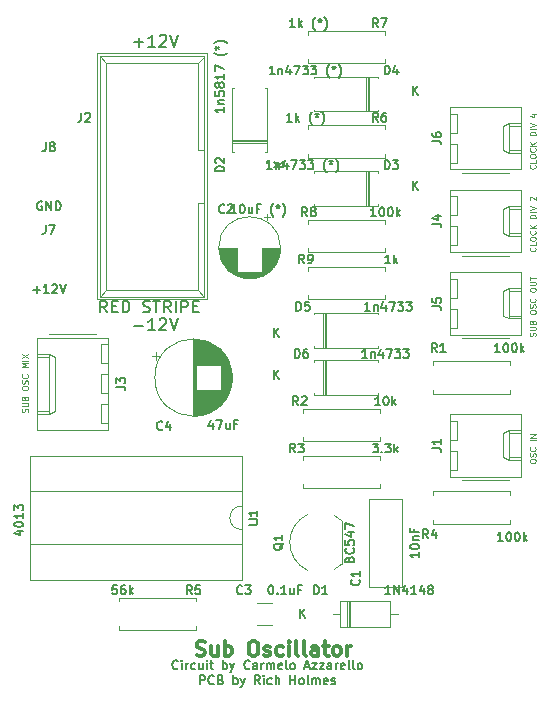
<source format=gbr>
G04 #@! TF.GenerationSoftware,KiCad,Pcbnew,5.1.6-c6e7f7d~87~ubuntu20.04.1*
G04 #@! TF.CreationDate,2020-09-27T20:16:03-04:00*
G04 #@! TF.ProjectId,Suboscillator,5375626f-7363-4696-9c6c-61746f722e6b,rev?*
G04 #@! TF.SameCoordinates,Original*
G04 #@! TF.FileFunction,Legend,Top*
G04 #@! TF.FilePolarity,Positive*
%FSLAX46Y46*%
G04 Gerber Fmt 4.6, Leading zero omitted, Abs format (unit mm)*
G04 Created by KiCad (PCBNEW 5.1.6-c6e7f7d~87~ubuntu20.04.1) date 2020-09-27 20:16:03*
%MOMM*%
%LPD*%
G01*
G04 APERTURE LIST*
%ADD10C,0.150000*%
%ADD11C,0.312500*%
%ADD12C,0.120000*%
%ADD13C,0.125000*%
G04 APERTURE END LIST*
D10*
X140928571Y-89630357D02*
X140892857Y-89666071D01*
X140785714Y-89701785D01*
X140714285Y-89701785D01*
X140607142Y-89666071D01*
X140535714Y-89594642D01*
X140500000Y-89523214D01*
X140464285Y-89380357D01*
X140464285Y-89273214D01*
X140500000Y-89130357D01*
X140535714Y-89058928D01*
X140607142Y-88987500D01*
X140714285Y-88951785D01*
X140785714Y-88951785D01*
X140892857Y-88987500D01*
X140928571Y-89023214D01*
X141250000Y-89701785D02*
X141250000Y-89201785D01*
X141250000Y-88951785D02*
X141214285Y-88987500D01*
X141250000Y-89023214D01*
X141285714Y-88987500D01*
X141250000Y-88951785D01*
X141250000Y-89023214D01*
X141607142Y-89701785D02*
X141607142Y-89201785D01*
X141607142Y-89344642D02*
X141642857Y-89273214D01*
X141678571Y-89237500D01*
X141750000Y-89201785D01*
X141821428Y-89201785D01*
X142392857Y-89666071D02*
X142321428Y-89701785D01*
X142178571Y-89701785D01*
X142107142Y-89666071D01*
X142071428Y-89630357D01*
X142035714Y-89558928D01*
X142035714Y-89344642D01*
X142071428Y-89273214D01*
X142107142Y-89237500D01*
X142178571Y-89201785D01*
X142321428Y-89201785D01*
X142392857Y-89237500D01*
X143035714Y-89201785D02*
X143035714Y-89701785D01*
X142714285Y-89201785D02*
X142714285Y-89594642D01*
X142750000Y-89666071D01*
X142821428Y-89701785D01*
X142928571Y-89701785D01*
X143000000Y-89666071D01*
X143035714Y-89630357D01*
X143392857Y-89701785D02*
X143392857Y-89201785D01*
X143392857Y-88951785D02*
X143357142Y-88987500D01*
X143392857Y-89023214D01*
X143428571Y-88987500D01*
X143392857Y-88951785D01*
X143392857Y-89023214D01*
X143642857Y-89201785D02*
X143928571Y-89201785D01*
X143750000Y-88951785D02*
X143750000Y-89594642D01*
X143785714Y-89666071D01*
X143857142Y-89701785D01*
X143928571Y-89701785D01*
X144750000Y-89701785D02*
X144750000Y-88951785D01*
X144750000Y-89237500D02*
X144821428Y-89201785D01*
X144964285Y-89201785D01*
X145035714Y-89237500D01*
X145071428Y-89273214D01*
X145107142Y-89344642D01*
X145107142Y-89558928D01*
X145071428Y-89630357D01*
X145035714Y-89666071D01*
X144964285Y-89701785D01*
X144821428Y-89701785D01*
X144750000Y-89666071D01*
X145357142Y-89201785D02*
X145535714Y-89701785D01*
X145714285Y-89201785D02*
X145535714Y-89701785D01*
X145464285Y-89880357D01*
X145428571Y-89916071D01*
X145357142Y-89951785D01*
X147000000Y-89630357D02*
X146964285Y-89666071D01*
X146857142Y-89701785D01*
X146785714Y-89701785D01*
X146678571Y-89666071D01*
X146607142Y-89594642D01*
X146571428Y-89523214D01*
X146535714Y-89380357D01*
X146535714Y-89273214D01*
X146571428Y-89130357D01*
X146607142Y-89058928D01*
X146678571Y-88987500D01*
X146785714Y-88951785D01*
X146857142Y-88951785D01*
X146964285Y-88987500D01*
X147000000Y-89023214D01*
X147642857Y-89701785D02*
X147642857Y-89308928D01*
X147607142Y-89237500D01*
X147535714Y-89201785D01*
X147392857Y-89201785D01*
X147321428Y-89237500D01*
X147642857Y-89666071D02*
X147571428Y-89701785D01*
X147392857Y-89701785D01*
X147321428Y-89666071D01*
X147285714Y-89594642D01*
X147285714Y-89523214D01*
X147321428Y-89451785D01*
X147392857Y-89416071D01*
X147571428Y-89416071D01*
X147642857Y-89380357D01*
X148000000Y-89701785D02*
X148000000Y-89201785D01*
X148000000Y-89344642D02*
X148035714Y-89273214D01*
X148071428Y-89237500D01*
X148142857Y-89201785D01*
X148214285Y-89201785D01*
X148464285Y-89701785D02*
X148464285Y-89201785D01*
X148464285Y-89273214D02*
X148500000Y-89237500D01*
X148571428Y-89201785D01*
X148678571Y-89201785D01*
X148750000Y-89237500D01*
X148785714Y-89308928D01*
X148785714Y-89701785D01*
X148785714Y-89308928D02*
X148821428Y-89237500D01*
X148892857Y-89201785D01*
X149000000Y-89201785D01*
X149071428Y-89237500D01*
X149107142Y-89308928D01*
X149107142Y-89701785D01*
X149750000Y-89666071D02*
X149678571Y-89701785D01*
X149535714Y-89701785D01*
X149464285Y-89666071D01*
X149428571Y-89594642D01*
X149428571Y-89308928D01*
X149464285Y-89237500D01*
X149535714Y-89201785D01*
X149678571Y-89201785D01*
X149750000Y-89237500D01*
X149785714Y-89308928D01*
X149785714Y-89380357D01*
X149428571Y-89451785D01*
X150214285Y-89701785D02*
X150142857Y-89666071D01*
X150107142Y-89594642D01*
X150107142Y-88951785D01*
X150607142Y-89701785D02*
X150535714Y-89666071D01*
X150500000Y-89630357D01*
X150464285Y-89558928D01*
X150464285Y-89344642D01*
X150500000Y-89273214D01*
X150535714Y-89237500D01*
X150607142Y-89201785D01*
X150714285Y-89201785D01*
X150785714Y-89237500D01*
X150821428Y-89273214D01*
X150857142Y-89344642D01*
X150857142Y-89558928D01*
X150821428Y-89630357D01*
X150785714Y-89666071D01*
X150714285Y-89701785D01*
X150607142Y-89701785D01*
X151714285Y-89487500D02*
X152071428Y-89487500D01*
X151642857Y-89701785D02*
X151892857Y-88951785D01*
X152142857Y-89701785D01*
X152321428Y-89201785D02*
X152714285Y-89201785D01*
X152321428Y-89701785D01*
X152714285Y-89701785D01*
X152928571Y-89201785D02*
X153321428Y-89201785D01*
X152928571Y-89701785D01*
X153321428Y-89701785D01*
X153928571Y-89701785D02*
X153928571Y-89308928D01*
X153892857Y-89237500D01*
X153821428Y-89201785D01*
X153678571Y-89201785D01*
X153607142Y-89237500D01*
X153928571Y-89666071D02*
X153857142Y-89701785D01*
X153678571Y-89701785D01*
X153607142Y-89666071D01*
X153571428Y-89594642D01*
X153571428Y-89523214D01*
X153607142Y-89451785D01*
X153678571Y-89416071D01*
X153857142Y-89416071D01*
X153928571Y-89380357D01*
X154285714Y-89701785D02*
X154285714Y-89201785D01*
X154285714Y-89344642D02*
X154321428Y-89273214D01*
X154357142Y-89237500D01*
X154428571Y-89201785D01*
X154500000Y-89201785D01*
X155035714Y-89666071D02*
X154964285Y-89701785D01*
X154821428Y-89701785D01*
X154750000Y-89666071D01*
X154714285Y-89594642D01*
X154714285Y-89308928D01*
X154750000Y-89237500D01*
X154821428Y-89201785D01*
X154964285Y-89201785D01*
X155035714Y-89237500D01*
X155071428Y-89308928D01*
X155071428Y-89380357D01*
X154714285Y-89451785D01*
X155500000Y-89701785D02*
X155428571Y-89666071D01*
X155392857Y-89594642D01*
X155392857Y-88951785D01*
X155892857Y-89701785D02*
X155821428Y-89666071D01*
X155785714Y-89594642D01*
X155785714Y-88951785D01*
X156285714Y-89701785D02*
X156214285Y-89666071D01*
X156178571Y-89630357D01*
X156142857Y-89558928D01*
X156142857Y-89344642D01*
X156178571Y-89273214D01*
X156214285Y-89237500D01*
X156285714Y-89201785D01*
X156392857Y-89201785D01*
X156464285Y-89237500D01*
X156500000Y-89273214D01*
X156535714Y-89344642D01*
X156535714Y-89558928D01*
X156500000Y-89630357D01*
X156464285Y-89666071D01*
X156392857Y-89701785D01*
X156285714Y-89701785D01*
X142803571Y-90976785D02*
X142803571Y-90226785D01*
X143089285Y-90226785D01*
X143160714Y-90262500D01*
X143196428Y-90298214D01*
X143232142Y-90369642D01*
X143232142Y-90476785D01*
X143196428Y-90548214D01*
X143160714Y-90583928D01*
X143089285Y-90619642D01*
X142803571Y-90619642D01*
X143982142Y-90905357D02*
X143946428Y-90941071D01*
X143839285Y-90976785D01*
X143767857Y-90976785D01*
X143660714Y-90941071D01*
X143589285Y-90869642D01*
X143553571Y-90798214D01*
X143517857Y-90655357D01*
X143517857Y-90548214D01*
X143553571Y-90405357D01*
X143589285Y-90333928D01*
X143660714Y-90262500D01*
X143767857Y-90226785D01*
X143839285Y-90226785D01*
X143946428Y-90262500D01*
X143982142Y-90298214D01*
X144553571Y-90583928D02*
X144660714Y-90619642D01*
X144696428Y-90655357D01*
X144732142Y-90726785D01*
X144732142Y-90833928D01*
X144696428Y-90905357D01*
X144660714Y-90941071D01*
X144589285Y-90976785D01*
X144303571Y-90976785D01*
X144303571Y-90226785D01*
X144553571Y-90226785D01*
X144625000Y-90262500D01*
X144660714Y-90298214D01*
X144696428Y-90369642D01*
X144696428Y-90441071D01*
X144660714Y-90512500D01*
X144625000Y-90548214D01*
X144553571Y-90583928D01*
X144303571Y-90583928D01*
X145625000Y-90976785D02*
X145625000Y-90226785D01*
X145625000Y-90512500D02*
X145696428Y-90476785D01*
X145839285Y-90476785D01*
X145910714Y-90512500D01*
X145946428Y-90548214D01*
X145982142Y-90619642D01*
X145982142Y-90833928D01*
X145946428Y-90905357D01*
X145910714Y-90941071D01*
X145839285Y-90976785D01*
X145696428Y-90976785D01*
X145625000Y-90941071D01*
X146232142Y-90476785D02*
X146410714Y-90976785D01*
X146589285Y-90476785D02*
X146410714Y-90976785D01*
X146339285Y-91155357D01*
X146303571Y-91191071D01*
X146232142Y-91226785D01*
X147875000Y-90976785D02*
X147625000Y-90619642D01*
X147446428Y-90976785D02*
X147446428Y-90226785D01*
X147732142Y-90226785D01*
X147803571Y-90262500D01*
X147839285Y-90298214D01*
X147875000Y-90369642D01*
X147875000Y-90476785D01*
X147839285Y-90548214D01*
X147803571Y-90583928D01*
X147732142Y-90619642D01*
X147446428Y-90619642D01*
X148196428Y-90976785D02*
X148196428Y-90476785D01*
X148196428Y-90226785D02*
X148160714Y-90262500D01*
X148196428Y-90298214D01*
X148232142Y-90262500D01*
X148196428Y-90226785D01*
X148196428Y-90298214D01*
X148875000Y-90941071D02*
X148803571Y-90976785D01*
X148660714Y-90976785D01*
X148589285Y-90941071D01*
X148553571Y-90905357D01*
X148517857Y-90833928D01*
X148517857Y-90619642D01*
X148553571Y-90548214D01*
X148589285Y-90512500D01*
X148660714Y-90476785D01*
X148803571Y-90476785D01*
X148875000Y-90512500D01*
X149196428Y-90976785D02*
X149196428Y-90226785D01*
X149517857Y-90976785D02*
X149517857Y-90583928D01*
X149482142Y-90512500D01*
X149410714Y-90476785D01*
X149303571Y-90476785D01*
X149232142Y-90512500D01*
X149196428Y-90548214D01*
X150446428Y-90976785D02*
X150446428Y-90226785D01*
X150446428Y-90583928D02*
X150875000Y-90583928D01*
X150875000Y-90976785D02*
X150875000Y-90226785D01*
X151339285Y-90976785D02*
X151267857Y-90941071D01*
X151232142Y-90905357D01*
X151196428Y-90833928D01*
X151196428Y-90619642D01*
X151232142Y-90548214D01*
X151267857Y-90512500D01*
X151339285Y-90476785D01*
X151446428Y-90476785D01*
X151517857Y-90512500D01*
X151553571Y-90548214D01*
X151589285Y-90619642D01*
X151589285Y-90833928D01*
X151553571Y-90905357D01*
X151517857Y-90941071D01*
X151446428Y-90976785D01*
X151339285Y-90976785D01*
X152017857Y-90976785D02*
X151946428Y-90941071D01*
X151910714Y-90869642D01*
X151910714Y-90226785D01*
X152303571Y-90976785D02*
X152303571Y-90476785D01*
X152303571Y-90548214D02*
X152339285Y-90512500D01*
X152410714Y-90476785D01*
X152517857Y-90476785D01*
X152589285Y-90512500D01*
X152625000Y-90583928D01*
X152625000Y-90976785D01*
X152625000Y-90583928D02*
X152660714Y-90512500D01*
X152732142Y-90476785D01*
X152839285Y-90476785D01*
X152910714Y-90512500D01*
X152946428Y-90583928D01*
X152946428Y-90976785D01*
X153589285Y-90941071D02*
X153517857Y-90976785D01*
X153375000Y-90976785D01*
X153303571Y-90941071D01*
X153267857Y-90869642D01*
X153267857Y-90583928D01*
X153303571Y-90512500D01*
X153375000Y-90476785D01*
X153517857Y-90476785D01*
X153589285Y-90512500D01*
X153625000Y-90583928D01*
X153625000Y-90655357D01*
X153267857Y-90726785D01*
X153910714Y-90941071D02*
X153982142Y-90976785D01*
X154125000Y-90976785D01*
X154196428Y-90941071D01*
X154232142Y-90869642D01*
X154232142Y-90833928D01*
X154196428Y-90762500D01*
X154125000Y-90726785D01*
X154017857Y-90726785D01*
X153946428Y-90691071D01*
X153910714Y-90619642D01*
X153910714Y-90583928D01*
X153946428Y-90512500D01*
X154017857Y-90476785D01*
X154125000Y-90476785D01*
X154196428Y-90512500D01*
D11*
X142511904Y-88505952D02*
X142690476Y-88565476D01*
X142988095Y-88565476D01*
X143107142Y-88505952D01*
X143166666Y-88446428D01*
X143226190Y-88327380D01*
X143226190Y-88208333D01*
X143166666Y-88089285D01*
X143107142Y-88029761D01*
X142988095Y-87970238D01*
X142750000Y-87910714D01*
X142630952Y-87851190D01*
X142571428Y-87791666D01*
X142511904Y-87672619D01*
X142511904Y-87553571D01*
X142571428Y-87434523D01*
X142630952Y-87375000D01*
X142750000Y-87315476D01*
X143047619Y-87315476D01*
X143226190Y-87375000D01*
X144297619Y-87732142D02*
X144297619Y-88565476D01*
X143761904Y-87732142D02*
X143761904Y-88386904D01*
X143821428Y-88505952D01*
X143940476Y-88565476D01*
X144119047Y-88565476D01*
X144238095Y-88505952D01*
X144297619Y-88446428D01*
X144892857Y-88565476D02*
X144892857Y-87315476D01*
X144892857Y-87791666D02*
X145011904Y-87732142D01*
X145250000Y-87732142D01*
X145369047Y-87791666D01*
X145428571Y-87851190D01*
X145488095Y-87970238D01*
X145488095Y-88327380D01*
X145428571Y-88446428D01*
X145369047Y-88505952D01*
X145250000Y-88565476D01*
X145011904Y-88565476D01*
X144892857Y-88505952D01*
X147214285Y-87315476D02*
X147452380Y-87315476D01*
X147571428Y-87375000D01*
X147690476Y-87494047D01*
X147750000Y-87732142D01*
X147750000Y-88148809D01*
X147690476Y-88386904D01*
X147571428Y-88505952D01*
X147452380Y-88565476D01*
X147214285Y-88565476D01*
X147095238Y-88505952D01*
X146976190Y-88386904D01*
X146916666Y-88148809D01*
X146916666Y-87732142D01*
X146976190Y-87494047D01*
X147095238Y-87375000D01*
X147214285Y-87315476D01*
X148226190Y-88505952D02*
X148345238Y-88565476D01*
X148583333Y-88565476D01*
X148702380Y-88505952D01*
X148761904Y-88386904D01*
X148761904Y-88327380D01*
X148702380Y-88208333D01*
X148583333Y-88148809D01*
X148404761Y-88148809D01*
X148285714Y-88089285D01*
X148226190Y-87970238D01*
X148226190Y-87910714D01*
X148285714Y-87791666D01*
X148404761Y-87732142D01*
X148583333Y-87732142D01*
X148702380Y-87791666D01*
X149833333Y-88505952D02*
X149714285Y-88565476D01*
X149476190Y-88565476D01*
X149357142Y-88505952D01*
X149297619Y-88446428D01*
X149238095Y-88327380D01*
X149238095Y-87970238D01*
X149297619Y-87851190D01*
X149357142Y-87791666D01*
X149476190Y-87732142D01*
X149714285Y-87732142D01*
X149833333Y-87791666D01*
X150369047Y-88565476D02*
X150369047Y-87732142D01*
X150369047Y-87315476D02*
X150309523Y-87375000D01*
X150369047Y-87434523D01*
X150428571Y-87375000D01*
X150369047Y-87315476D01*
X150369047Y-87434523D01*
X151142857Y-88565476D02*
X151023809Y-88505952D01*
X150964285Y-88386904D01*
X150964285Y-87315476D01*
X151797619Y-88565476D02*
X151678571Y-88505952D01*
X151619047Y-88386904D01*
X151619047Y-87315476D01*
X152809523Y-88565476D02*
X152809523Y-87910714D01*
X152750000Y-87791666D01*
X152630952Y-87732142D01*
X152392857Y-87732142D01*
X152273809Y-87791666D01*
X152809523Y-88505952D02*
X152690476Y-88565476D01*
X152392857Y-88565476D01*
X152273809Y-88505952D01*
X152214285Y-88386904D01*
X152214285Y-88267857D01*
X152273809Y-88148809D01*
X152392857Y-88089285D01*
X152690476Y-88089285D01*
X152809523Y-88029761D01*
X153226190Y-87732142D02*
X153702380Y-87732142D01*
X153404761Y-87315476D02*
X153404761Y-88386904D01*
X153464285Y-88505952D01*
X153583333Y-88565476D01*
X153702380Y-88565476D01*
X154297619Y-88565476D02*
X154178571Y-88505952D01*
X154119047Y-88446428D01*
X154059523Y-88327380D01*
X154059523Y-87970238D01*
X154119047Y-87851190D01*
X154178571Y-87791666D01*
X154297619Y-87732142D01*
X154476190Y-87732142D01*
X154595238Y-87791666D01*
X154654761Y-87851190D01*
X154714285Y-87970238D01*
X154714285Y-88327380D01*
X154654761Y-88446428D01*
X154595238Y-88505952D01*
X154476190Y-88565476D01*
X154297619Y-88565476D01*
X155250000Y-88565476D02*
X155250000Y-87732142D01*
X155250000Y-87970238D02*
X155309523Y-87851190D01*
X155369047Y-87791666D01*
X155488095Y-87732142D01*
X155607142Y-87732142D01*
D12*
X157130000Y-82720000D02*
X157130000Y-75280000D01*
X159870000Y-82720000D02*
X159870000Y-75280000D01*
X157130000Y-82720000D02*
X159870000Y-82720000D01*
X157130000Y-75280000D02*
X159870000Y-75280000D01*
X146330000Y-77875000D02*
G75*
G02*
X146330000Y-75875000I0J1000000D01*
G01*
X146330000Y-75875000D02*
X146330000Y-74625000D01*
X146330000Y-74625000D02*
X128430000Y-74625000D01*
X128430000Y-74625000D02*
X128430000Y-79125000D01*
X128430000Y-79125000D02*
X146330000Y-79125000D01*
X146330000Y-79125000D02*
X146330000Y-77875000D01*
X146390000Y-71625000D02*
X128370000Y-71625000D01*
X128370000Y-71625000D02*
X128370000Y-82125000D01*
X128370000Y-82125000D02*
X146390000Y-82125000D01*
X146390000Y-82125000D02*
X146390000Y-71625000D01*
X151920000Y-55630000D02*
X151920000Y-55960000D01*
X158460000Y-55630000D02*
X151920000Y-55630000D01*
X158460000Y-55960000D02*
X158460000Y-55630000D01*
X151920000Y-58370000D02*
X151920000Y-58040000D01*
X158460000Y-58370000D02*
X151920000Y-58370000D01*
X158460000Y-58040000D02*
X158460000Y-58370000D01*
X158460000Y-54370000D02*
X158460000Y-54040000D01*
X151920000Y-54370000D02*
X158460000Y-54370000D01*
X151920000Y-54040000D02*
X151920000Y-54370000D01*
X158460000Y-51630000D02*
X158460000Y-51960000D01*
X151920000Y-51630000D02*
X158460000Y-51630000D01*
X151920000Y-51960000D02*
X151920000Y-51630000D01*
X151920000Y-35630000D02*
X151920000Y-35960000D01*
X158460000Y-35630000D02*
X151920000Y-35630000D01*
X158460000Y-35960000D02*
X158460000Y-35630000D01*
X151920000Y-38370000D02*
X151920000Y-38040000D01*
X158460000Y-38370000D02*
X151920000Y-38370000D01*
X158460000Y-38040000D02*
X158460000Y-38370000D01*
X151920000Y-43630000D02*
X151920000Y-43960000D01*
X158460000Y-43630000D02*
X151920000Y-43630000D01*
X158460000Y-43960000D02*
X158460000Y-43630000D01*
X151920000Y-46370000D02*
X151920000Y-46040000D01*
X158460000Y-46370000D02*
X151920000Y-46370000D01*
X158460000Y-46040000D02*
X158460000Y-46370000D01*
X135920000Y-83630000D02*
X135920000Y-83960000D01*
X142460000Y-83630000D02*
X135920000Y-83630000D01*
X142460000Y-83960000D02*
X142460000Y-83630000D01*
X135920000Y-86370000D02*
X135920000Y-86040000D01*
X142460000Y-86370000D02*
X135920000Y-86370000D01*
X142460000Y-86040000D02*
X142460000Y-86370000D01*
X169080000Y-77370000D02*
X169080000Y-77040000D01*
X162540000Y-77370000D02*
X169080000Y-77370000D01*
X162540000Y-77040000D02*
X162540000Y-77370000D01*
X169080000Y-74630000D02*
X169080000Y-74960000D01*
X162540000Y-74630000D02*
X169080000Y-74630000D01*
X162540000Y-74960000D02*
X162540000Y-74630000D01*
X151540000Y-71630000D02*
X151540000Y-71960000D01*
X158080000Y-71630000D02*
X151540000Y-71630000D01*
X158080000Y-71960000D02*
X158080000Y-71630000D01*
X151540000Y-74370000D02*
X151540000Y-74040000D01*
X158080000Y-74370000D02*
X151540000Y-74370000D01*
X158080000Y-74040000D02*
X158080000Y-74370000D01*
X158080000Y-70370000D02*
X158080000Y-70040000D01*
X151540000Y-70370000D02*
X158080000Y-70370000D01*
X151540000Y-70040000D02*
X151540000Y-70370000D01*
X158080000Y-67630000D02*
X158080000Y-67960000D01*
X151540000Y-67630000D02*
X158080000Y-67630000D01*
X151540000Y-67960000D02*
X151540000Y-67630000D01*
X169080000Y-66370000D02*
X169080000Y-66040000D01*
X162540000Y-66370000D02*
X169080000Y-66370000D01*
X162540000Y-66040000D02*
X162540000Y-66370000D01*
X169080000Y-63630000D02*
X169080000Y-63960000D01*
X162540000Y-63630000D02*
X169080000Y-63630000D01*
X162540000Y-63960000D02*
X162540000Y-63630000D01*
X154850000Y-80760000D02*
X154850000Y-77160000D01*
X154122795Y-76635816D02*
G75*
G02*
X154850000Y-77160000I-1122795J-2324184D01*
G01*
X151901193Y-76603600D02*
G75*
G03*
X150400000Y-78960000I1098807J-2356400D01*
G01*
X151901193Y-81316400D02*
G75*
G02*
X150400000Y-78960000I1098807J2356400D01*
G01*
X154122795Y-81284184D02*
G75*
G03*
X154850000Y-80760000I-1122795J2324184D01*
G01*
X164570000Y-42660000D02*
X163970000Y-42660000D01*
X164570000Y-44260000D02*
X164570000Y-42660000D01*
X163970000Y-44260000D02*
X164570000Y-44260000D01*
X164570000Y-45200000D02*
X163970000Y-45200000D01*
X164570000Y-46800000D02*
X164570000Y-45200000D01*
X163970000Y-46800000D02*
X164570000Y-46800000D01*
X169990000Y-43710000D02*
X168990000Y-43710000D01*
X169990000Y-45750000D02*
X168990000Y-45750000D01*
X168460000Y-43710000D02*
X168990000Y-43460000D01*
X168460000Y-45750000D02*
X168460000Y-43710000D01*
X168990000Y-46000000D02*
X168460000Y-45750000D01*
X168990000Y-43460000D02*
X169990000Y-43460000D01*
X168990000Y-46000000D02*
X168990000Y-43460000D01*
X169990000Y-46000000D02*
X168990000Y-46000000D01*
X165000000Y-47670000D02*
X169000000Y-47670000D01*
X163970000Y-42080000D02*
X163970000Y-47380000D01*
X169990000Y-42080000D02*
X163970000Y-42080000D01*
X169990000Y-47380000D02*
X169990000Y-42080000D01*
X163970000Y-47380000D02*
X169990000Y-47380000D01*
X164570000Y-56660000D02*
X163970000Y-56660000D01*
X164570000Y-58260000D02*
X164570000Y-56660000D01*
X163970000Y-58260000D02*
X164570000Y-58260000D01*
X164570000Y-59200000D02*
X163970000Y-59200000D01*
X164570000Y-60800000D02*
X164570000Y-59200000D01*
X163970000Y-60800000D02*
X164570000Y-60800000D01*
X169990000Y-57710000D02*
X168990000Y-57710000D01*
X169990000Y-59750000D02*
X168990000Y-59750000D01*
X168460000Y-57710000D02*
X168990000Y-57460000D01*
X168460000Y-59750000D02*
X168460000Y-57710000D01*
X168990000Y-60000000D02*
X168460000Y-59750000D01*
X168990000Y-57460000D02*
X169990000Y-57460000D01*
X168990000Y-60000000D02*
X168990000Y-57460000D01*
X169990000Y-60000000D02*
X168990000Y-60000000D01*
X165000000Y-61670000D02*
X169000000Y-61670000D01*
X163970000Y-56080000D02*
X163970000Y-61380000D01*
X169990000Y-56080000D02*
X163970000Y-56080000D01*
X169990000Y-61380000D02*
X169990000Y-56080000D01*
X163970000Y-61380000D02*
X169990000Y-61380000D01*
X164570000Y-49660000D02*
X163970000Y-49660000D01*
X164570000Y-51260000D02*
X164570000Y-49660000D01*
X163970000Y-51260000D02*
X164570000Y-51260000D01*
X164570000Y-52200000D02*
X163970000Y-52200000D01*
X164570000Y-53800000D02*
X164570000Y-52200000D01*
X163970000Y-53800000D02*
X164570000Y-53800000D01*
X169990000Y-50710000D02*
X168990000Y-50710000D01*
X169990000Y-52750000D02*
X168990000Y-52750000D01*
X168460000Y-50710000D02*
X168990000Y-50460000D01*
X168460000Y-52750000D02*
X168460000Y-50710000D01*
X168990000Y-53000000D02*
X168460000Y-52750000D01*
X168990000Y-50460000D02*
X169990000Y-50460000D01*
X168990000Y-53000000D02*
X168990000Y-50460000D01*
X169990000Y-53000000D02*
X168990000Y-53000000D01*
X165000000Y-54670000D02*
X169000000Y-54670000D01*
X163970000Y-49080000D02*
X163970000Y-54380000D01*
X169990000Y-49080000D02*
X163970000Y-49080000D01*
X169990000Y-54380000D02*
X169990000Y-49080000D01*
X163970000Y-54380000D02*
X169990000Y-54380000D01*
X134430000Y-68880000D02*
X135030000Y-68880000D01*
X134430000Y-67280000D02*
X134430000Y-68880000D01*
X135030000Y-67280000D02*
X134430000Y-67280000D01*
X134430000Y-66340000D02*
X135030000Y-66340000D01*
X134430000Y-64740000D02*
X134430000Y-66340000D01*
X135030000Y-64740000D02*
X134430000Y-64740000D01*
X134430000Y-63800000D02*
X135030000Y-63800000D01*
X134430000Y-62200000D02*
X134430000Y-63800000D01*
X135030000Y-62200000D02*
X134430000Y-62200000D01*
X129010000Y-67830000D02*
X130010000Y-67830000D01*
X129010000Y-63250000D02*
X130010000Y-63250000D01*
X130540000Y-67830000D02*
X130010000Y-68080000D01*
X130540000Y-63250000D02*
X130540000Y-67830000D01*
X130010000Y-63000000D02*
X130540000Y-63250000D01*
X130010000Y-68080000D02*
X129010000Y-68080000D01*
X130010000Y-63000000D02*
X130010000Y-68080000D01*
X129010000Y-63000000D02*
X130010000Y-63000000D01*
X134000000Y-61330000D02*
X130000000Y-61330000D01*
X135030000Y-69460000D02*
X135030000Y-61620000D01*
X129010000Y-69460000D02*
X135030000Y-69460000D01*
X129010000Y-61620000D02*
X129010000Y-69460000D01*
X135030000Y-61620000D02*
X129010000Y-61620000D01*
X142600000Y-50210000D02*
X142600000Y-57590000D01*
X143100000Y-50210000D02*
X142620000Y-50210000D01*
X142600000Y-45710000D02*
X143110000Y-45710000D01*
X142600000Y-38340000D02*
X142600000Y-45690000D01*
X142600000Y-38340000D02*
X143100000Y-37840000D01*
X134850000Y-38340000D02*
X142600000Y-38340000D01*
X134850000Y-38340000D02*
X134300000Y-37790000D01*
X134850000Y-57590000D02*
X134850000Y-38340000D01*
X134850000Y-57590000D02*
X134300000Y-58140000D01*
X142600000Y-57590000D02*
X134850000Y-57590000D01*
X143150000Y-58140000D02*
X142600000Y-57590000D01*
X143150000Y-37790000D02*
X143150000Y-58140000D01*
X134300000Y-37790000D02*
X143150000Y-37790000D01*
X134300000Y-58140000D02*
X134300000Y-37790000D01*
X143150000Y-58140000D02*
X134300000Y-58140000D01*
X143405000Y-58390000D02*
X134055000Y-58390000D01*
X143405000Y-37530000D02*
X143405000Y-58390000D01*
X134055000Y-37530000D02*
X143405000Y-37530000D01*
X134055000Y-58390000D02*
X134055000Y-37530000D01*
X164570000Y-68660000D02*
X163970000Y-68660000D01*
X164570000Y-70260000D02*
X164570000Y-68660000D01*
X163970000Y-70260000D02*
X164570000Y-70260000D01*
X164570000Y-71200000D02*
X163970000Y-71200000D01*
X164570000Y-72800000D02*
X164570000Y-71200000D01*
X163970000Y-72800000D02*
X164570000Y-72800000D01*
X169990000Y-69710000D02*
X168990000Y-69710000D01*
X169990000Y-71750000D02*
X168990000Y-71750000D01*
X168460000Y-69710000D02*
X168990000Y-69460000D01*
X168460000Y-71750000D02*
X168460000Y-69710000D01*
X168990000Y-72000000D02*
X168460000Y-71750000D01*
X168990000Y-69460000D02*
X169990000Y-69460000D01*
X168990000Y-72000000D02*
X168990000Y-69460000D01*
X169990000Y-72000000D02*
X168990000Y-72000000D01*
X165000000Y-73670000D02*
X169000000Y-73670000D01*
X163970000Y-68080000D02*
X163970000Y-73380000D01*
X169990000Y-68080000D02*
X163970000Y-68080000D01*
X169990000Y-73380000D02*
X169990000Y-68080000D01*
X163970000Y-73380000D02*
X169990000Y-73380000D01*
X153250000Y-63530000D02*
X153250000Y-66470000D01*
X153490000Y-63530000D02*
X153490000Y-66470000D01*
X153370000Y-63530000D02*
X153370000Y-66470000D01*
X157910000Y-66470000D02*
X157910000Y-66340000D01*
X152470000Y-66470000D02*
X157910000Y-66470000D01*
X152470000Y-66340000D02*
X152470000Y-66470000D01*
X157910000Y-63530000D02*
X157910000Y-63660000D01*
X152470000Y-63530000D02*
X157910000Y-63530000D01*
X152470000Y-63660000D02*
X152470000Y-63530000D01*
X153250000Y-59530000D02*
X153250000Y-62470000D01*
X153490000Y-59530000D02*
X153490000Y-62470000D01*
X153370000Y-59530000D02*
X153370000Y-62470000D01*
X157910000Y-62470000D02*
X157910000Y-62340000D01*
X152470000Y-62470000D02*
X157910000Y-62470000D01*
X152470000Y-62340000D02*
X152470000Y-62470000D01*
X157910000Y-59530000D02*
X157910000Y-59660000D01*
X152470000Y-59530000D02*
X157910000Y-59530000D01*
X152470000Y-59660000D02*
X152470000Y-59530000D01*
X157130000Y-42470000D02*
X157130000Y-39530000D01*
X156890000Y-42470000D02*
X156890000Y-39530000D01*
X157010000Y-42470000D02*
X157010000Y-39530000D01*
X152470000Y-39530000D02*
X152470000Y-39660000D01*
X157910000Y-39530000D02*
X152470000Y-39530000D01*
X157910000Y-39660000D02*
X157910000Y-39530000D01*
X152470000Y-42470000D02*
X152470000Y-42340000D01*
X157910000Y-42470000D02*
X152470000Y-42470000D01*
X157910000Y-42340000D02*
X157910000Y-42470000D01*
X157130000Y-50470000D02*
X157130000Y-47530000D01*
X156890000Y-50470000D02*
X156890000Y-47530000D01*
X157010000Y-50470000D02*
X157010000Y-47530000D01*
X152470000Y-47530000D02*
X152470000Y-47660000D01*
X157910000Y-47530000D02*
X152470000Y-47530000D01*
X157910000Y-47660000D02*
X157910000Y-47530000D01*
X152470000Y-50470000D02*
X152470000Y-50340000D01*
X157910000Y-50470000D02*
X152470000Y-50470000D01*
X157910000Y-50340000D02*
X157910000Y-50470000D01*
X145530000Y-45130000D02*
X148470000Y-45130000D01*
X145530000Y-44890000D02*
X148470000Y-44890000D01*
X145530000Y-45010000D02*
X148470000Y-45010000D01*
X148470000Y-40470000D02*
X148340000Y-40470000D01*
X148470000Y-45910000D02*
X148470000Y-40470000D01*
X148340000Y-45910000D02*
X148470000Y-45910000D01*
X145530000Y-40470000D02*
X145660000Y-40470000D01*
X145530000Y-45910000D02*
X145530000Y-40470000D01*
X145660000Y-45910000D02*
X145530000Y-45910000D01*
X155290000Y-83880000D02*
X155290000Y-86120000D01*
X155530000Y-83880000D02*
X155530000Y-86120000D01*
X155410000Y-83880000D02*
X155410000Y-86120000D01*
X159580000Y-85000000D02*
X158930000Y-85000000D01*
X154040000Y-85000000D02*
X154690000Y-85000000D01*
X158930000Y-83880000D02*
X154690000Y-83880000D01*
X158930000Y-86120000D02*
X158930000Y-83880000D01*
X154690000Y-86120000D02*
X158930000Y-86120000D01*
X154690000Y-83880000D02*
X154690000Y-86120000D01*
X139064759Y-62846000D02*
X139064759Y-63476000D01*
X138749759Y-63161000D02*
X139379759Y-63161000D01*
X145491000Y-64598000D02*
X145491000Y-65402000D01*
X145451000Y-64367000D02*
X145451000Y-65633000D01*
X145411000Y-64198000D02*
X145411000Y-65802000D01*
X145371000Y-64060000D02*
X145371000Y-65940000D01*
X145331000Y-63941000D02*
X145331000Y-66059000D01*
X145291000Y-63835000D02*
X145291000Y-66165000D01*
X145251000Y-63738000D02*
X145251000Y-66262000D01*
X145211000Y-63650000D02*
X145211000Y-66350000D01*
X145171000Y-63568000D02*
X145171000Y-66432000D01*
X145131000Y-63491000D02*
X145131000Y-66509000D01*
X145091000Y-63419000D02*
X145091000Y-66581000D01*
X145051000Y-63350000D02*
X145051000Y-66650000D01*
X145011000Y-63286000D02*
X145011000Y-66714000D01*
X144971000Y-63224000D02*
X144971000Y-66776000D01*
X144931000Y-63166000D02*
X144931000Y-66834000D01*
X144891000Y-63110000D02*
X144891000Y-66890000D01*
X144851000Y-63056000D02*
X144851000Y-66944000D01*
X144811000Y-63005000D02*
X144811000Y-66995000D01*
X144771000Y-62956000D02*
X144771000Y-67044000D01*
X144731000Y-62908000D02*
X144731000Y-67092000D01*
X144691000Y-62863000D02*
X144691000Y-67137000D01*
X144651000Y-62818000D02*
X144651000Y-67182000D01*
X144611000Y-62776000D02*
X144611000Y-67224000D01*
X144571000Y-62735000D02*
X144571000Y-67265000D01*
X144531000Y-66040000D02*
X144531000Y-67305000D01*
X144531000Y-62695000D02*
X144531000Y-63960000D01*
X144491000Y-66040000D02*
X144491000Y-67343000D01*
X144491000Y-62657000D02*
X144491000Y-63960000D01*
X144451000Y-66040000D02*
X144451000Y-67380000D01*
X144451000Y-62620000D02*
X144451000Y-63960000D01*
X144411000Y-66040000D02*
X144411000Y-67416000D01*
X144411000Y-62584000D02*
X144411000Y-63960000D01*
X144371000Y-66040000D02*
X144371000Y-67450000D01*
X144371000Y-62550000D02*
X144371000Y-63960000D01*
X144331000Y-66040000D02*
X144331000Y-67484000D01*
X144331000Y-62516000D02*
X144331000Y-63960000D01*
X144291000Y-66040000D02*
X144291000Y-67516000D01*
X144291000Y-62484000D02*
X144291000Y-63960000D01*
X144251000Y-66040000D02*
X144251000Y-67548000D01*
X144251000Y-62452000D02*
X144251000Y-63960000D01*
X144211000Y-66040000D02*
X144211000Y-67578000D01*
X144211000Y-62422000D02*
X144211000Y-63960000D01*
X144171000Y-66040000D02*
X144171000Y-67607000D01*
X144171000Y-62393000D02*
X144171000Y-63960000D01*
X144131000Y-66040000D02*
X144131000Y-67636000D01*
X144131000Y-62364000D02*
X144131000Y-63960000D01*
X144091000Y-66040000D02*
X144091000Y-67664000D01*
X144091000Y-62336000D02*
X144091000Y-63960000D01*
X144051000Y-66040000D02*
X144051000Y-67690000D01*
X144051000Y-62310000D02*
X144051000Y-63960000D01*
X144011000Y-66040000D02*
X144011000Y-67716000D01*
X144011000Y-62284000D02*
X144011000Y-63960000D01*
X143971000Y-66040000D02*
X143971000Y-67742000D01*
X143971000Y-62258000D02*
X143971000Y-63960000D01*
X143931000Y-66040000D02*
X143931000Y-67766000D01*
X143931000Y-62234000D02*
X143931000Y-63960000D01*
X143891000Y-66040000D02*
X143891000Y-67790000D01*
X143891000Y-62210000D02*
X143891000Y-63960000D01*
X143851000Y-66040000D02*
X143851000Y-67812000D01*
X143851000Y-62188000D02*
X143851000Y-63960000D01*
X143811000Y-66040000D02*
X143811000Y-67834000D01*
X143811000Y-62166000D02*
X143811000Y-63960000D01*
X143771000Y-66040000D02*
X143771000Y-67856000D01*
X143771000Y-62144000D02*
X143771000Y-63960000D01*
X143731000Y-66040000D02*
X143731000Y-67876000D01*
X143731000Y-62124000D02*
X143731000Y-63960000D01*
X143691000Y-66040000D02*
X143691000Y-67896000D01*
X143691000Y-62104000D02*
X143691000Y-63960000D01*
X143651000Y-66040000D02*
X143651000Y-67916000D01*
X143651000Y-62084000D02*
X143651000Y-63960000D01*
X143611000Y-66040000D02*
X143611000Y-67934000D01*
X143611000Y-62066000D02*
X143611000Y-63960000D01*
X143571000Y-66040000D02*
X143571000Y-67952000D01*
X143571000Y-62048000D02*
X143571000Y-63960000D01*
X143531000Y-66040000D02*
X143531000Y-67970000D01*
X143531000Y-62030000D02*
X143531000Y-63960000D01*
X143491000Y-66040000D02*
X143491000Y-67986000D01*
X143491000Y-62014000D02*
X143491000Y-63960000D01*
X143451000Y-66040000D02*
X143451000Y-68002000D01*
X143451000Y-61998000D02*
X143451000Y-63960000D01*
X143411000Y-66040000D02*
X143411000Y-68018000D01*
X143411000Y-61982000D02*
X143411000Y-63960000D01*
X143371000Y-66040000D02*
X143371000Y-68033000D01*
X143371000Y-61967000D02*
X143371000Y-63960000D01*
X143331000Y-66040000D02*
X143331000Y-68047000D01*
X143331000Y-61953000D02*
X143331000Y-63960000D01*
X143291000Y-66040000D02*
X143291000Y-68061000D01*
X143291000Y-61939000D02*
X143291000Y-63960000D01*
X143251000Y-66040000D02*
X143251000Y-68074000D01*
X143251000Y-61926000D02*
X143251000Y-63960000D01*
X143211000Y-66040000D02*
X143211000Y-68086000D01*
X143211000Y-61914000D02*
X143211000Y-63960000D01*
X143171000Y-66040000D02*
X143171000Y-68098000D01*
X143171000Y-61902000D02*
X143171000Y-63960000D01*
X143131000Y-66040000D02*
X143131000Y-68110000D01*
X143131000Y-61890000D02*
X143131000Y-63960000D01*
X143091000Y-66040000D02*
X143091000Y-68121000D01*
X143091000Y-61879000D02*
X143091000Y-63960000D01*
X143051000Y-66040000D02*
X143051000Y-68131000D01*
X143051000Y-61869000D02*
X143051000Y-63960000D01*
X143011000Y-66040000D02*
X143011000Y-68141000D01*
X143011000Y-61859000D02*
X143011000Y-63960000D01*
X142971000Y-66040000D02*
X142971000Y-68150000D01*
X142971000Y-61850000D02*
X142971000Y-63960000D01*
X142930000Y-66040000D02*
X142930000Y-68159000D01*
X142930000Y-61841000D02*
X142930000Y-63960000D01*
X142890000Y-66040000D02*
X142890000Y-68167000D01*
X142890000Y-61833000D02*
X142890000Y-63960000D01*
X142850000Y-66040000D02*
X142850000Y-68175000D01*
X142850000Y-61825000D02*
X142850000Y-63960000D01*
X142810000Y-66040000D02*
X142810000Y-68182000D01*
X142810000Y-61818000D02*
X142810000Y-63960000D01*
X142770000Y-66040000D02*
X142770000Y-68189000D01*
X142770000Y-61811000D02*
X142770000Y-63960000D01*
X142730000Y-66040000D02*
X142730000Y-68195000D01*
X142730000Y-61805000D02*
X142730000Y-63960000D01*
X142690000Y-66040000D02*
X142690000Y-68201000D01*
X142690000Y-61799000D02*
X142690000Y-63960000D01*
X142650000Y-66040000D02*
X142650000Y-68206000D01*
X142650000Y-61794000D02*
X142650000Y-63960000D01*
X142610000Y-66040000D02*
X142610000Y-68211000D01*
X142610000Y-61789000D02*
X142610000Y-63960000D01*
X142570000Y-66040000D02*
X142570000Y-68215000D01*
X142570000Y-61785000D02*
X142570000Y-63960000D01*
X142530000Y-66040000D02*
X142530000Y-68218000D01*
X142530000Y-61782000D02*
X142530000Y-63960000D01*
X142490000Y-66040000D02*
X142490000Y-68222000D01*
X142490000Y-61778000D02*
X142490000Y-63960000D01*
X142450000Y-61776000D02*
X142450000Y-68224000D01*
X142410000Y-61773000D02*
X142410000Y-68227000D01*
X142370000Y-61772000D02*
X142370000Y-68228000D01*
X142330000Y-61770000D02*
X142330000Y-68230000D01*
X142290000Y-61770000D02*
X142290000Y-68230000D01*
X142250000Y-61770000D02*
X142250000Y-68230000D01*
X145520000Y-65000000D02*
G75*
G03*
X145520000Y-65000000I-3270000J0D01*
G01*
X147621000Y-85920000D02*
X148879000Y-85920000D01*
X147621000Y-84080000D02*
X148879000Y-84080000D01*
X148725000Y-51445225D02*
X148225000Y-51445225D01*
X148475000Y-51195225D02*
X148475000Y-51695225D01*
X147284000Y-56601000D02*
X146716000Y-56601000D01*
X147518000Y-56561000D02*
X146482000Y-56561000D01*
X147677000Y-56521000D02*
X146323000Y-56521000D01*
X147805000Y-56481000D02*
X146195000Y-56481000D01*
X147915000Y-56441000D02*
X146085000Y-56441000D01*
X148011000Y-56401000D02*
X145989000Y-56401000D01*
X148098000Y-56361000D02*
X145902000Y-56361000D01*
X148178000Y-56321000D02*
X145822000Y-56321000D01*
X148251000Y-56281000D02*
X145749000Y-56281000D01*
X148319000Y-56241000D02*
X145681000Y-56241000D01*
X148383000Y-56201000D02*
X145617000Y-56201000D01*
X148443000Y-56161000D02*
X145557000Y-56161000D01*
X148500000Y-56121000D02*
X145500000Y-56121000D01*
X148554000Y-56081000D02*
X145446000Y-56081000D01*
X148605000Y-56041000D02*
X145395000Y-56041000D01*
X145960000Y-56001000D02*
X145347000Y-56001000D01*
X148653000Y-56001000D02*
X148040000Y-56001000D01*
X145960000Y-55961000D02*
X145301000Y-55961000D01*
X148699000Y-55961000D02*
X148040000Y-55961000D01*
X145960000Y-55921000D02*
X145257000Y-55921000D01*
X148743000Y-55921000D02*
X148040000Y-55921000D01*
X145960000Y-55881000D02*
X145215000Y-55881000D01*
X148785000Y-55881000D02*
X148040000Y-55881000D01*
X145960000Y-55841000D02*
X145174000Y-55841000D01*
X148826000Y-55841000D02*
X148040000Y-55841000D01*
X145960000Y-55801000D02*
X145136000Y-55801000D01*
X148864000Y-55801000D02*
X148040000Y-55801000D01*
X145960000Y-55761000D02*
X145099000Y-55761000D01*
X148901000Y-55761000D02*
X148040000Y-55761000D01*
X145960000Y-55721000D02*
X145063000Y-55721000D01*
X148937000Y-55721000D02*
X148040000Y-55721000D01*
X145960000Y-55681000D02*
X145029000Y-55681000D01*
X148971000Y-55681000D02*
X148040000Y-55681000D01*
X145960000Y-55641000D02*
X144996000Y-55641000D01*
X149004000Y-55641000D02*
X148040000Y-55641000D01*
X145960000Y-55601000D02*
X144965000Y-55601000D01*
X149035000Y-55601000D02*
X148040000Y-55601000D01*
X145960000Y-55561000D02*
X144935000Y-55561000D01*
X149065000Y-55561000D02*
X148040000Y-55561000D01*
X145960000Y-55521000D02*
X144905000Y-55521000D01*
X149095000Y-55521000D02*
X148040000Y-55521000D01*
X145960000Y-55481000D02*
X144878000Y-55481000D01*
X149122000Y-55481000D02*
X148040000Y-55481000D01*
X145960000Y-55441000D02*
X144851000Y-55441000D01*
X149149000Y-55441000D02*
X148040000Y-55441000D01*
X145960000Y-55401000D02*
X144825000Y-55401000D01*
X149175000Y-55401000D02*
X148040000Y-55401000D01*
X145960000Y-55361000D02*
X144800000Y-55361000D01*
X149200000Y-55361000D02*
X148040000Y-55361000D01*
X145960000Y-55321000D02*
X144776000Y-55321000D01*
X149224000Y-55321000D02*
X148040000Y-55321000D01*
X145960000Y-55281000D02*
X144753000Y-55281000D01*
X149247000Y-55281000D02*
X148040000Y-55281000D01*
X145960000Y-55241000D02*
X144732000Y-55241000D01*
X149268000Y-55241000D02*
X148040000Y-55241000D01*
X145960000Y-55201000D02*
X144710000Y-55201000D01*
X149290000Y-55201000D02*
X148040000Y-55201000D01*
X145960000Y-55161000D02*
X144690000Y-55161000D01*
X149310000Y-55161000D02*
X148040000Y-55161000D01*
X145960000Y-55121000D02*
X144671000Y-55121000D01*
X149329000Y-55121000D02*
X148040000Y-55121000D01*
X145960000Y-55081000D02*
X144652000Y-55081000D01*
X149348000Y-55081000D02*
X148040000Y-55081000D01*
X145960000Y-55041000D02*
X144635000Y-55041000D01*
X149365000Y-55041000D02*
X148040000Y-55041000D01*
X145960000Y-55001000D02*
X144618000Y-55001000D01*
X149382000Y-55001000D02*
X148040000Y-55001000D01*
X145960000Y-54961000D02*
X144602000Y-54961000D01*
X149398000Y-54961000D02*
X148040000Y-54961000D01*
X145960000Y-54921000D02*
X144586000Y-54921000D01*
X149414000Y-54921000D02*
X148040000Y-54921000D01*
X145960000Y-54881000D02*
X144572000Y-54881000D01*
X149428000Y-54881000D02*
X148040000Y-54881000D01*
X145960000Y-54841000D02*
X144558000Y-54841000D01*
X149442000Y-54841000D02*
X148040000Y-54841000D01*
X145960000Y-54801000D02*
X144545000Y-54801000D01*
X149455000Y-54801000D02*
X148040000Y-54801000D01*
X145960000Y-54761000D02*
X144532000Y-54761000D01*
X149468000Y-54761000D02*
X148040000Y-54761000D01*
X145960000Y-54721000D02*
X144520000Y-54721000D01*
X149480000Y-54721000D02*
X148040000Y-54721000D01*
X145960000Y-54680000D02*
X144509000Y-54680000D01*
X149491000Y-54680000D02*
X148040000Y-54680000D01*
X145960000Y-54640000D02*
X144499000Y-54640000D01*
X149501000Y-54640000D02*
X148040000Y-54640000D01*
X145960000Y-54600000D02*
X144489000Y-54600000D01*
X149511000Y-54600000D02*
X148040000Y-54600000D01*
X145960000Y-54560000D02*
X144480000Y-54560000D01*
X149520000Y-54560000D02*
X148040000Y-54560000D01*
X145960000Y-54520000D02*
X144472000Y-54520000D01*
X149528000Y-54520000D02*
X148040000Y-54520000D01*
X145960000Y-54480000D02*
X144464000Y-54480000D01*
X149536000Y-54480000D02*
X148040000Y-54480000D01*
X145960000Y-54440000D02*
X144457000Y-54440000D01*
X149543000Y-54440000D02*
X148040000Y-54440000D01*
X145960000Y-54400000D02*
X144450000Y-54400000D01*
X149550000Y-54400000D02*
X148040000Y-54400000D01*
X145960000Y-54360000D02*
X144444000Y-54360000D01*
X149556000Y-54360000D02*
X148040000Y-54360000D01*
X145960000Y-54320000D02*
X144439000Y-54320000D01*
X149561000Y-54320000D02*
X148040000Y-54320000D01*
X145960000Y-54280000D02*
X144435000Y-54280000D01*
X149565000Y-54280000D02*
X148040000Y-54280000D01*
X145960000Y-54240000D02*
X144431000Y-54240000D01*
X149569000Y-54240000D02*
X148040000Y-54240000D01*
X145960000Y-54200000D02*
X144427000Y-54200000D01*
X149573000Y-54200000D02*
X148040000Y-54200000D01*
X145960000Y-54160000D02*
X144424000Y-54160000D01*
X149576000Y-54160000D02*
X148040000Y-54160000D01*
X145960000Y-54120000D02*
X144422000Y-54120000D01*
X149578000Y-54120000D02*
X148040000Y-54120000D01*
X145960000Y-54080000D02*
X144421000Y-54080000D01*
X149579000Y-54080000D02*
X148040000Y-54080000D01*
X149580000Y-54040000D02*
X148040000Y-54040000D01*
X145960000Y-54040000D02*
X144420000Y-54040000D01*
X149580000Y-54000000D02*
X148040000Y-54000000D01*
X145960000Y-54000000D02*
X144420000Y-54000000D01*
X149620000Y-54000000D02*
G75*
G03*
X149620000Y-54000000I-2620000J0D01*
G01*
D10*
X156267857Y-82125000D02*
X156303571Y-82160714D01*
X156339285Y-82267857D01*
X156339285Y-82339285D01*
X156303571Y-82446428D01*
X156232142Y-82517857D01*
X156160714Y-82553571D01*
X156017857Y-82589285D01*
X155910714Y-82589285D01*
X155767857Y-82553571D01*
X155696428Y-82517857D01*
X155625000Y-82446428D01*
X155589285Y-82339285D01*
X155589285Y-82267857D01*
X155625000Y-82160714D01*
X155660714Y-82125000D01*
X156339285Y-81410714D02*
X156339285Y-81839285D01*
X156339285Y-81625000D02*
X155589285Y-81625000D01*
X155696428Y-81696428D01*
X155767857Y-81767857D01*
X155803571Y-81839285D01*
X161339285Y-79803571D02*
X161339285Y-80232142D01*
X161339285Y-80017857D02*
X160589285Y-80017857D01*
X160696428Y-80089285D01*
X160767857Y-80160714D01*
X160803571Y-80232142D01*
X160589285Y-79339285D02*
X160589285Y-79267857D01*
X160625000Y-79196428D01*
X160660714Y-79160714D01*
X160732142Y-79125000D01*
X160875000Y-79089285D01*
X161053571Y-79089285D01*
X161196428Y-79125000D01*
X161267857Y-79160714D01*
X161303571Y-79196428D01*
X161339285Y-79267857D01*
X161339285Y-79339285D01*
X161303571Y-79410714D01*
X161267857Y-79446428D01*
X161196428Y-79482142D01*
X161053571Y-79517857D01*
X160875000Y-79517857D01*
X160732142Y-79482142D01*
X160660714Y-79446428D01*
X160625000Y-79410714D01*
X160589285Y-79339285D01*
X160839285Y-78767857D02*
X161339285Y-78767857D01*
X160910714Y-78767857D02*
X160875000Y-78732142D01*
X160839285Y-78660714D01*
X160839285Y-78553571D01*
X160875000Y-78482142D01*
X160946428Y-78446428D01*
X161339285Y-78446428D01*
X160946428Y-77839285D02*
X160946428Y-78089285D01*
X161339285Y-78089285D02*
X160589285Y-78089285D01*
X160589285Y-77732142D01*
X146919285Y-77446428D02*
X147526428Y-77446428D01*
X147597857Y-77410714D01*
X147633571Y-77375000D01*
X147669285Y-77303571D01*
X147669285Y-77160714D01*
X147633571Y-77089285D01*
X147597857Y-77053571D01*
X147526428Y-77017857D01*
X146919285Y-77017857D01*
X147669285Y-76267857D02*
X147669285Y-76696428D01*
X147669285Y-76482142D02*
X146919285Y-76482142D01*
X147026428Y-76553571D01*
X147097857Y-76625000D01*
X147133571Y-76696428D01*
X127339285Y-77993571D02*
X127839285Y-77993571D01*
X127053571Y-78172142D02*
X127589285Y-78350714D01*
X127589285Y-77886428D01*
X127089285Y-77457857D02*
X127089285Y-77386428D01*
X127125000Y-77315000D01*
X127160714Y-77279285D01*
X127232142Y-77243571D01*
X127375000Y-77207857D01*
X127553571Y-77207857D01*
X127696428Y-77243571D01*
X127767857Y-77279285D01*
X127803571Y-77315000D01*
X127839285Y-77386428D01*
X127839285Y-77457857D01*
X127803571Y-77529285D01*
X127767857Y-77565000D01*
X127696428Y-77600714D01*
X127553571Y-77636428D01*
X127375000Y-77636428D01*
X127232142Y-77600714D01*
X127160714Y-77565000D01*
X127125000Y-77529285D01*
X127089285Y-77457857D01*
X127839285Y-76493571D02*
X127839285Y-76922142D01*
X127839285Y-76707857D02*
X127089285Y-76707857D01*
X127196428Y-76779285D01*
X127267857Y-76850714D01*
X127303571Y-76922142D01*
X127089285Y-76243571D02*
X127089285Y-75779285D01*
X127375000Y-76029285D01*
X127375000Y-75922142D01*
X127410714Y-75850714D01*
X127446428Y-75815000D01*
X127517857Y-75779285D01*
X127696428Y-75779285D01*
X127767857Y-75815000D01*
X127803571Y-75850714D01*
X127839285Y-75922142D01*
X127839285Y-76136428D01*
X127803571Y-76207857D01*
X127767857Y-76243571D01*
X151625000Y-55339285D02*
X151375000Y-54982142D01*
X151196428Y-55339285D02*
X151196428Y-54589285D01*
X151482142Y-54589285D01*
X151553571Y-54625000D01*
X151589285Y-54660714D01*
X151625000Y-54732142D01*
X151625000Y-54839285D01*
X151589285Y-54910714D01*
X151553571Y-54946428D01*
X151482142Y-54982142D01*
X151196428Y-54982142D01*
X151982142Y-55339285D02*
X152125000Y-55339285D01*
X152196428Y-55303571D01*
X152232142Y-55267857D01*
X152303571Y-55160714D01*
X152339285Y-55017857D01*
X152339285Y-54732142D01*
X152303571Y-54660714D01*
X152267857Y-54625000D01*
X152196428Y-54589285D01*
X152053571Y-54589285D01*
X151982142Y-54625000D01*
X151946428Y-54660714D01*
X151910714Y-54732142D01*
X151910714Y-54910714D01*
X151946428Y-54982142D01*
X151982142Y-55017857D01*
X152053571Y-55053571D01*
X152196428Y-55053571D01*
X152267857Y-55017857D01*
X152303571Y-54982142D01*
X152339285Y-54910714D01*
X158910714Y-55339285D02*
X158482142Y-55339285D01*
X158696428Y-55339285D02*
X158696428Y-54589285D01*
X158625000Y-54696428D01*
X158553571Y-54767857D01*
X158482142Y-54803571D01*
X159232142Y-55339285D02*
X159232142Y-54589285D01*
X159303571Y-55053571D02*
X159517857Y-55339285D01*
X159517857Y-54839285D02*
X159232142Y-55125000D01*
X151875000Y-51339285D02*
X151625000Y-50982142D01*
X151446428Y-51339285D02*
X151446428Y-50589285D01*
X151732142Y-50589285D01*
X151803571Y-50625000D01*
X151839285Y-50660714D01*
X151875000Y-50732142D01*
X151875000Y-50839285D01*
X151839285Y-50910714D01*
X151803571Y-50946428D01*
X151732142Y-50982142D01*
X151446428Y-50982142D01*
X152303571Y-50910714D02*
X152232142Y-50875000D01*
X152196428Y-50839285D01*
X152160714Y-50767857D01*
X152160714Y-50732142D01*
X152196428Y-50660714D01*
X152232142Y-50625000D01*
X152303571Y-50589285D01*
X152446428Y-50589285D01*
X152517857Y-50625000D01*
X152553571Y-50660714D01*
X152589285Y-50732142D01*
X152589285Y-50767857D01*
X152553571Y-50839285D01*
X152517857Y-50875000D01*
X152446428Y-50910714D01*
X152303571Y-50910714D01*
X152232142Y-50946428D01*
X152196428Y-50982142D01*
X152160714Y-51053571D01*
X152160714Y-51196428D01*
X152196428Y-51267857D01*
X152232142Y-51303571D01*
X152303571Y-51339285D01*
X152446428Y-51339285D01*
X152517857Y-51303571D01*
X152553571Y-51267857D01*
X152589285Y-51196428D01*
X152589285Y-51053571D01*
X152553571Y-50982142D01*
X152517857Y-50946428D01*
X152446428Y-50910714D01*
X157696428Y-51339285D02*
X157267857Y-51339285D01*
X157482142Y-51339285D02*
X157482142Y-50589285D01*
X157410714Y-50696428D01*
X157339285Y-50767857D01*
X157267857Y-50803571D01*
X158160714Y-50589285D02*
X158232142Y-50589285D01*
X158303571Y-50625000D01*
X158339285Y-50660714D01*
X158375000Y-50732142D01*
X158410714Y-50875000D01*
X158410714Y-51053571D01*
X158375000Y-51196428D01*
X158339285Y-51267857D01*
X158303571Y-51303571D01*
X158232142Y-51339285D01*
X158160714Y-51339285D01*
X158089285Y-51303571D01*
X158053571Y-51267857D01*
X158017857Y-51196428D01*
X157982142Y-51053571D01*
X157982142Y-50875000D01*
X158017857Y-50732142D01*
X158053571Y-50660714D01*
X158089285Y-50625000D01*
X158160714Y-50589285D01*
X158875000Y-50589285D02*
X158946428Y-50589285D01*
X159017857Y-50625000D01*
X159053571Y-50660714D01*
X159089285Y-50732142D01*
X159125000Y-50875000D01*
X159125000Y-51053571D01*
X159089285Y-51196428D01*
X159053571Y-51267857D01*
X159017857Y-51303571D01*
X158946428Y-51339285D01*
X158875000Y-51339285D01*
X158803571Y-51303571D01*
X158767857Y-51267857D01*
X158732142Y-51196428D01*
X158696428Y-51053571D01*
X158696428Y-50875000D01*
X158732142Y-50732142D01*
X158767857Y-50660714D01*
X158803571Y-50625000D01*
X158875000Y-50589285D01*
X159446428Y-51339285D02*
X159446428Y-50589285D01*
X159517857Y-51053571D02*
X159732142Y-51339285D01*
X159732142Y-50839285D02*
X159446428Y-51125000D01*
X157875000Y-35339285D02*
X157625000Y-34982142D01*
X157446428Y-35339285D02*
X157446428Y-34589285D01*
X157732142Y-34589285D01*
X157803571Y-34625000D01*
X157839285Y-34660714D01*
X157875000Y-34732142D01*
X157875000Y-34839285D01*
X157839285Y-34910714D01*
X157803571Y-34946428D01*
X157732142Y-34982142D01*
X157446428Y-34982142D01*
X158125000Y-34589285D02*
X158625000Y-34589285D01*
X158303571Y-35339285D01*
X150839285Y-35339285D02*
X150410714Y-35339285D01*
X150625000Y-35339285D02*
X150625000Y-34589285D01*
X150553571Y-34696428D01*
X150482142Y-34767857D01*
X150410714Y-34803571D01*
X151160714Y-35339285D02*
X151160714Y-34589285D01*
X151232142Y-35053571D02*
X151446428Y-35339285D01*
X151446428Y-34839285D02*
X151160714Y-35125000D01*
X152553571Y-35625000D02*
X152517857Y-35589285D01*
X152446428Y-35482142D01*
X152410714Y-35410714D01*
X152375000Y-35303571D01*
X152339285Y-35125000D01*
X152339285Y-34982142D01*
X152375000Y-34803571D01*
X152410714Y-34696428D01*
X152446428Y-34625000D01*
X152517857Y-34517857D01*
X152553571Y-34482142D01*
X152946428Y-34589285D02*
X152946428Y-34767857D01*
X152767857Y-34696428D02*
X152946428Y-34767857D01*
X153125000Y-34696428D01*
X152839285Y-34910714D02*
X152946428Y-34767857D01*
X153053571Y-34910714D01*
X153339285Y-35625000D02*
X153375000Y-35589285D01*
X153446428Y-35482142D01*
X153482142Y-35410714D01*
X153517857Y-35303571D01*
X153553571Y-35125000D01*
X153553571Y-34982142D01*
X153517857Y-34803571D01*
X153482142Y-34696428D01*
X153446428Y-34625000D01*
X153375000Y-34517857D01*
X153339285Y-34482142D01*
X157875000Y-43339285D02*
X157625000Y-42982142D01*
X157446428Y-43339285D02*
X157446428Y-42589285D01*
X157732142Y-42589285D01*
X157803571Y-42625000D01*
X157839285Y-42660714D01*
X157875000Y-42732142D01*
X157875000Y-42839285D01*
X157839285Y-42910714D01*
X157803571Y-42946428D01*
X157732142Y-42982142D01*
X157446428Y-42982142D01*
X158517857Y-42589285D02*
X158375000Y-42589285D01*
X158303571Y-42625000D01*
X158267857Y-42660714D01*
X158196428Y-42767857D01*
X158160714Y-42910714D01*
X158160714Y-43196428D01*
X158196428Y-43267857D01*
X158232142Y-43303571D01*
X158303571Y-43339285D01*
X158446428Y-43339285D01*
X158517857Y-43303571D01*
X158553571Y-43267857D01*
X158589285Y-43196428D01*
X158589285Y-43017857D01*
X158553571Y-42946428D01*
X158517857Y-42910714D01*
X158446428Y-42875000D01*
X158303571Y-42875000D01*
X158232142Y-42910714D01*
X158196428Y-42946428D01*
X158160714Y-43017857D01*
X150589285Y-43339285D02*
X150160714Y-43339285D01*
X150375000Y-43339285D02*
X150375000Y-42589285D01*
X150303571Y-42696428D01*
X150232142Y-42767857D01*
X150160714Y-42803571D01*
X150910714Y-43339285D02*
X150910714Y-42589285D01*
X150982142Y-43053571D02*
X151196428Y-43339285D01*
X151196428Y-42839285D02*
X150910714Y-43125000D01*
X152303571Y-43625000D02*
X152267857Y-43589285D01*
X152196428Y-43482142D01*
X152160714Y-43410714D01*
X152125000Y-43303571D01*
X152089285Y-43125000D01*
X152089285Y-42982142D01*
X152125000Y-42803571D01*
X152160714Y-42696428D01*
X152196428Y-42625000D01*
X152267857Y-42517857D01*
X152303571Y-42482142D01*
X152696428Y-42589285D02*
X152696428Y-42767857D01*
X152517857Y-42696428D02*
X152696428Y-42767857D01*
X152875000Y-42696428D01*
X152589285Y-42910714D02*
X152696428Y-42767857D01*
X152803571Y-42910714D01*
X153089285Y-43625000D02*
X153125000Y-43589285D01*
X153196428Y-43482142D01*
X153232142Y-43410714D01*
X153267857Y-43303571D01*
X153303571Y-43125000D01*
X153303571Y-42982142D01*
X153267857Y-42803571D01*
X153232142Y-42696428D01*
X153196428Y-42625000D01*
X153125000Y-42517857D01*
X153089285Y-42482142D01*
X142125000Y-83339285D02*
X141875000Y-82982142D01*
X141696428Y-83339285D02*
X141696428Y-82589285D01*
X141982142Y-82589285D01*
X142053571Y-82625000D01*
X142089285Y-82660714D01*
X142125000Y-82732142D01*
X142125000Y-82839285D01*
X142089285Y-82910714D01*
X142053571Y-82946428D01*
X141982142Y-82982142D01*
X141696428Y-82982142D01*
X142803571Y-82589285D02*
X142446428Y-82589285D01*
X142410714Y-82946428D01*
X142446428Y-82910714D01*
X142517857Y-82875000D01*
X142696428Y-82875000D01*
X142767857Y-82910714D01*
X142803571Y-82946428D01*
X142839285Y-83017857D01*
X142839285Y-83196428D01*
X142803571Y-83267857D01*
X142767857Y-83303571D01*
X142696428Y-83339285D01*
X142517857Y-83339285D01*
X142446428Y-83303571D01*
X142410714Y-83267857D01*
X135767857Y-82589285D02*
X135410714Y-82589285D01*
X135375000Y-82946428D01*
X135410714Y-82910714D01*
X135482142Y-82875000D01*
X135660714Y-82875000D01*
X135732142Y-82910714D01*
X135767857Y-82946428D01*
X135803571Y-83017857D01*
X135803571Y-83196428D01*
X135767857Y-83267857D01*
X135732142Y-83303571D01*
X135660714Y-83339285D01*
X135482142Y-83339285D01*
X135410714Y-83303571D01*
X135375000Y-83267857D01*
X136446428Y-82589285D02*
X136303571Y-82589285D01*
X136232142Y-82625000D01*
X136196428Y-82660714D01*
X136125000Y-82767857D01*
X136089285Y-82910714D01*
X136089285Y-83196428D01*
X136125000Y-83267857D01*
X136160714Y-83303571D01*
X136232142Y-83339285D01*
X136375000Y-83339285D01*
X136446428Y-83303571D01*
X136482142Y-83267857D01*
X136517857Y-83196428D01*
X136517857Y-83017857D01*
X136482142Y-82946428D01*
X136446428Y-82910714D01*
X136375000Y-82875000D01*
X136232142Y-82875000D01*
X136160714Y-82910714D01*
X136125000Y-82946428D01*
X136089285Y-83017857D01*
X136839285Y-83339285D02*
X136839285Y-82589285D01*
X136910714Y-83053571D02*
X137125000Y-83339285D01*
X137125000Y-82839285D02*
X136839285Y-83125000D01*
X162125000Y-78589285D02*
X161875000Y-78232142D01*
X161696428Y-78589285D02*
X161696428Y-77839285D01*
X161982142Y-77839285D01*
X162053571Y-77875000D01*
X162089285Y-77910714D01*
X162125000Y-77982142D01*
X162125000Y-78089285D01*
X162089285Y-78160714D01*
X162053571Y-78196428D01*
X161982142Y-78232142D01*
X161696428Y-78232142D01*
X162767857Y-78089285D02*
X162767857Y-78589285D01*
X162589285Y-77803571D02*
X162410714Y-78339285D01*
X162875000Y-78339285D01*
X168446428Y-78839285D02*
X168017857Y-78839285D01*
X168232142Y-78839285D02*
X168232142Y-78089285D01*
X168160714Y-78196428D01*
X168089285Y-78267857D01*
X168017857Y-78303571D01*
X168910714Y-78089285D02*
X168982142Y-78089285D01*
X169053571Y-78125000D01*
X169089285Y-78160714D01*
X169125000Y-78232142D01*
X169160714Y-78375000D01*
X169160714Y-78553571D01*
X169125000Y-78696428D01*
X169089285Y-78767857D01*
X169053571Y-78803571D01*
X168982142Y-78839285D01*
X168910714Y-78839285D01*
X168839285Y-78803571D01*
X168803571Y-78767857D01*
X168767857Y-78696428D01*
X168732142Y-78553571D01*
X168732142Y-78375000D01*
X168767857Y-78232142D01*
X168803571Y-78160714D01*
X168839285Y-78125000D01*
X168910714Y-78089285D01*
X169625000Y-78089285D02*
X169696428Y-78089285D01*
X169767857Y-78125000D01*
X169803571Y-78160714D01*
X169839285Y-78232142D01*
X169875000Y-78375000D01*
X169875000Y-78553571D01*
X169839285Y-78696428D01*
X169803571Y-78767857D01*
X169767857Y-78803571D01*
X169696428Y-78839285D01*
X169625000Y-78839285D01*
X169553571Y-78803571D01*
X169517857Y-78767857D01*
X169482142Y-78696428D01*
X169446428Y-78553571D01*
X169446428Y-78375000D01*
X169482142Y-78232142D01*
X169517857Y-78160714D01*
X169553571Y-78125000D01*
X169625000Y-78089285D01*
X170196428Y-78839285D02*
X170196428Y-78089285D01*
X170267857Y-78553571D02*
X170482142Y-78839285D01*
X170482142Y-78339285D02*
X170196428Y-78625000D01*
X150875000Y-71339285D02*
X150625000Y-70982142D01*
X150446428Y-71339285D02*
X150446428Y-70589285D01*
X150732142Y-70589285D01*
X150803571Y-70625000D01*
X150839285Y-70660714D01*
X150875000Y-70732142D01*
X150875000Y-70839285D01*
X150839285Y-70910714D01*
X150803571Y-70946428D01*
X150732142Y-70982142D01*
X150446428Y-70982142D01*
X151125000Y-70589285D02*
X151589285Y-70589285D01*
X151339285Y-70875000D01*
X151446428Y-70875000D01*
X151517857Y-70910714D01*
X151553571Y-70946428D01*
X151589285Y-71017857D01*
X151589285Y-71196428D01*
X151553571Y-71267857D01*
X151517857Y-71303571D01*
X151446428Y-71339285D01*
X151232142Y-71339285D01*
X151160714Y-71303571D01*
X151125000Y-71267857D01*
X157410714Y-70589285D02*
X157875000Y-70589285D01*
X157625000Y-70875000D01*
X157732142Y-70875000D01*
X157803571Y-70910714D01*
X157839285Y-70946428D01*
X157875000Y-71017857D01*
X157875000Y-71196428D01*
X157839285Y-71267857D01*
X157803571Y-71303571D01*
X157732142Y-71339285D01*
X157517857Y-71339285D01*
X157446428Y-71303571D01*
X157410714Y-71267857D01*
X158196428Y-71267857D02*
X158232142Y-71303571D01*
X158196428Y-71339285D01*
X158160714Y-71303571D01*
X158196428Y-71267857D01*
X158196428Y-71339285D01*
X158482142Y-70589285D02*
X158946428Y-70589285D01*
X158696428Y-70875000D01*
X158803571Y-70875000D01*
X158875000Y-70910714D01*
X158910714Y-70946428D01*
X158946428Y-71017857D01*
X158946428Y-71196428D01*
X158910714Y-71267857D01*
X158875000Y-71303571D01*
X158803571Y-71339285D01*
X158589285Y-71339285D01*
X158517857Y-71303571D01*
X158482142Y-71267857D01*
X159267857Y-71339285D02*
X159267857Y-70589285D01*
X159339285Y-71053571D02*
X159553571Y-71339285D01*
X159553571Y-70839285D02*
X159267857Y-71125000D01*
X151125000Y-67339285D02*
X150875000Y-66982142D01*
X150696428Y-67339285D02*
X150696428Y-66589285D01*
X150982142Y-66589285D01*
X151053571Y-66625000D01*
X151089285Y-66660714D01*
X151125000Y-66732142D01*
X151125000Y-66839285D01*
X151089285Y-66910714D01*
X151053571Y-66946428D01*
X150982142Y-66982142D01*
X150696428Y-66982142D01*
X151410714Y-66660714D02*
X151446428Y-66625000D01*
X151517857Y-66589285D01*
X151696428Y-66589285D01*
X151767857Y-66625000D01*
X151803571Y-66660714D01*
X151839285Y-66732142D01*
X151839285Y-66803571D01*
X151803571Y-66910714D01*
X151375000Y-67339285D01*
X151839285Y-67339285D01*
X158053571Y-67339285D02*
X157625000Y-67339285D01*
X157839285Y-67339285D02*
X157839285Y-66589285D01*
X157767857Y-66696428D01*
X157696428Y-66767857D01*
X157625000Y-66803571D01*
X158517857Y-66589285D02*
X158589285Y-66589285D01*
X158660714Y-66625000D01*
X158696428Y-66660714D01*
X158732142Y-66732142D01*
X158767857Y-66875000D01*
X158767857Y-67053571D01*
X158732142Y-67196428D01*
X158696428Y-67267857D01*
X158660714Y-67303571D01*
X158589285Y-67339285D01*
X158517857Y-67339285D01*
X158446428Y-67303571D01*
X158410714Y-67267857D01*
X158375000Y-67196428D01*
X158339285Y-67053571D01*
X158339285Y-66875000D01*
X158375000Y-66732142D01*
X158410714Y-66660714D01*
X158446428Y-66625000D01*
X158517857Y-66589285D01*
X159089285Y-67339285D02*
X159089285Y-66589285D01*
X159160714Y-67053571D02*
X159375000Y-67339285D01*
X159375000Y-66839285D02*
X159089285Y-67125000D01*
X162875000Y-62839285D02*
X162625000Y-62482142D01*
X162446428Y-62839285D02*
X162446428Y-62089285D01*
X162732142Y-62089285D01*
X162803571Y-62125000D01*
X162839285Y-62160714D01*
X162875000Y-62232142D01*
X162875000Y-62339285D01*
X162839285Y-62410714D01*
X162803571Y-62446428D01*
X162732142Y-62482142D01*
X162446428Y-62482142D01*
X163589285Y-62839285D02*
X163160714Y-62839285D01*
X163375000Y-62839285D02*
X163375000Y-62089285D01*
X163303571Y-62196428D01*
X163232142Y-62267857D01*
X163160714Y-62303571D01*
X168196428Y-62839285D02*
X167767857Y-62839285D01*
X167982142Y-62839285D02*
X167982142Y-62089285D01*
X167910714Y-62196428D01*
X167839285Y-62267857D01*
X167767857Y-62303571D01*
X168660714Y-62089285D02*
X168732142Y-62089285D01*
X168803571Y-62125000D01*
X168839285Y-62160714D01*
X168875000Y-62232142D01*
X168910714Y-62375000D01*
X168910714Y-62553571D01*
X168875000Y-62696428D01*
X168839285Y-62767857D01*
X168803571Y-62803571D01*
X168732142Y-62839285D01*
X168660714Y-62839285D01*
X168589285Y-62803571D01*
X168553571Y-62767857D01*
X168517857Y-62696428D01*
X168482142Y-62553571D01*
X168482142Y-62375000D01*
X168517857Y-62232142D01*
X168553571Y-62160714D01*
X168589285Y-62125000D01*
X168660714Y-62089285D01*
X169375000Y-62089285D02*
X169446428Y-62089285D01*
X169517857Y-62125000D01*
X169553571Y-62160714D01*
X169589285Y-62232142D01*
X169625000Y-62375000D01*
X169625000Y-62553571D01*
X169589285Y-62696428D01*
X169553571Y-62767857D01*
X169517857Y-62803571D01*
X169446428Y-62839285D01*
X169375000Y-62839285D01*
X169303571Y-62803571D01*
X169267857Y-62767857D01*
X169232142Y-62696428D01*
X169196428Y-62553571D01*
X169196428Y-62375000D01*
X169232142Y-62232142D01*
X169267857Y-62160714D01*
X169303571Y-62125000D01*
X169375000Y-62089285D01*
X169946428Y-62839285D02*
X169946428Y-62089285D01*
X170017857Y-62553571D02*
X170232142Y-62839285D01*
X170232142Y-62339285D02*
X169946428Y-62625000D01*
X149850714Y-79031428D02*
X149815000Y-79102857D01*
X149743571Y-79174285D01*
X149636428Y-79281428D01*
X149600714Y-79352857D01*
X149600714Y-79424285D01*
X149779285Y-79388571D02*
X149743571Y-79460000D01*
X149672142Y-79531428D01*
X149529285Y-79567142D01*
X149279285Y-79567142D01*
X149136428Y-79531428D01*
X149065000Y-79460000D01*
X149029285Y-79388571D01*
X149029285Y-79245714D01*
X149065000Y-79174285D01*
X149136428Y-79102857D01*
X149279285Y-79067142D01*
X149529285Y-79067142D01*
X149672142Y-79102857D01*
X149743571Y-79174285D01*
X149779285Y-79245714D01*
X149779285Y-79388571D01*
X149779285Y-78352857D02*
X149779285Y-78781428D01*
X149779285Y-78567142D02*
X149029285Y-78567142D01*
X149136428Y-78638571D01*
X149207857Y-78710000D01*
X149243571Y-78781428D01*
X155446428Y-80392857D02*
X155482142Y-80285714D01*
X155517857Y-80250000D01*
X155589285Y-80214285D01*
X155696428Y-80214285D01*
X155767857Y-80250000D01*
X155803571Y-80285714D01*
X155839285Y-80357142D01*
X155839285Y-80642857D01*
X155089285Y-80642857D01*
X155089285Y-80392857D01*
X155125000Y-80321428D01*
X155160714Y-80285714D01*
X155232142Y-80250000D01*
X155303571Y-80250000D01*
X155375000Y-80285714D01*
X155410714Y-80321428D01*
X155446428Y-80392857D01*
X155446428Y-80642857D01*
X155767857Y-79464285D02*
X155803571Y-79500000D01*
X155839285Y-79607142D01*
X155839285Y-79678571D01*
X155803571Y-79785714D01*
X155732142Y-79857142D01*
X155660714Y-79892857D01*
X155517857Y-79928571D01*
X155410714Y-79928571D01*
X155267857Y-79892857D01*
X155196428Y-79857142D01*
X155125000Y-79785714D01*
X155089285Y-79678571D01*
X155089285Y-79607142D01*
X155125000Y-79500000D01*
X155160714Y-79464285D01*
X155089285Y-78785714D02*
X155089285Y-79142857D01*
X155446428Y-79178571D01*
X155410714Y-79142857D01*
X155375000Y-79071428D01*
X155375000Y-78892857D01*
X155410714Y-78821428D01*
X155446428Y-78785714D01*
X155517857Y-78750000D01*
X155696428Y-78750000D01*
X155767857Y-78785714D01*
X155803571Y-78821428D01*
X155839285Y-78892857D01*
X155839285Y-79071428D01*
X155803571Y-79142857D01*
X155767857Y-79178571D01*
X155339285Y-78107142D02*
X155839285Y-78107142D01*
X155053571Y-78285714D02*
X155589285Y-78464285D01*
X155589285Y-78000000D01*
X155089285Y-77785714D02*
X155089285Y-77285714D01*
X155839285Y-77607142D01*
X129750000Y-45089285D02*
X129750000Y-45625000D01*
X129714285Y-45732142D01*
X129642857Y-45803571D01*
X129535714Y-45839285D01*
X129464285Y-45839285D01*
X130214285Y-45410714D02*
X130142857Y-45375000D01*
X130107142Y-45339285D01*
X130071428Y-45267857D01*
X130071428Y-45232142D01*
X130107142Y-45160714D01*
X130142857Y-45125000D01*
X130214285Y-45089285D01*
X130357142Y-45089285D01*
X130428571Y-45125000D01*
X130464285Y-45160714D01*
X130500000Y-45232142D01*
X130500000Y-45267857D01*
X130464285Y-45339285D01*
X130428571Y-45375000D01*
X130357142Y-45410714D01*
X130214285Y-45410714D01*
X130142857Y-45446428D01*
X130107142Y-45482142D01*
X130071428Y-45553571D01*
X130071428Y-45696428D01*
X130107142Y-45767857D01*
X130142857Y-45803571D01*
X130214285Y-45839285D01*
X130357142Y-45839285D01*
X130428571Y-45803571D01*
X130464285Y-45767857D01*
X130500000Y-45696428D01*
X130500000Y-45553571D01*
X130464285Y-45482142D01*
X130428571Y-45446428D01*
X130357142Y-45410714D01*
X129428571Y-50125000D02*
X129357142Y-50089285D01*
X129250000Y-50089285D01*
X129142857Y-50125000D01*
X129071428Y-50196428D01*
X129035714Y-50267857D01*
X129000000Y-50410714D01*
X129000000Y-50517857D01*
X129035714Y-50660714D01*
X129071428Y-50732142D01*
X129142857Y-50803571D01*
X129250000Y-50839285D01*
X129321428Y-50839285D01*
X129428571Y-50803571D01*
X129464285Y-50767857D01*
X129464285Y-50517857D01*
X129321428Y-50517857D01*
X129785714Y-50839285D02*
X129785714Y-50089285D01*
X130214285Y-50839285D01*
X130214285Y-50089285D01*
X130571428Y-50839285D02*
X130571428Y-50089285D01*
X130750000Y-50089285D01*
X130857142Y-50125000D01*
X130928571Y-50196428D01*
X130964285Y-50267857D01*
X131000000Y-50410714D01*
X131000000Y-50517857D01*
X130964285Y-50660714D01*
X130928571Y-50732142D01*
X130857142Y-50803571D01*
X130750000Y-50839285D01*
X130571428Y-50839285D01*
X129750000Y-52089285D02*
X129750000Y-52625000D01*
X129714285Y-52732142D01*
X129642857Y-52803571D01*
X129535714Y-52839285D01*
X129464285Y-52839285D01*
X130035714Y-52089285D02*
X130535714Y-52089285D01*
X130214285Y-52839285D01*
X128678571Y-57553571D02*
X129250000Y-57553571D01*
X128964285Y-57839285D02*
X128964285Y-57267857D01*
X130000000Y-57839285D02*
X129571428Y-57839285D01*
X129785714Y-57839285D02*
X129785714Y-57089285D01*
X129714285Y-57196428D01*
X129642857Y-57267857D01*
X129571428Y-57303571D01*
X130285714Y-57160714D02*
X130321428Y-57125000D01*
X130392857Y-57089285D01*
X130571428Y-57089285D01*
X130642857Y-57125000D01*
X130678571Y-57160714D01*
X130714285Y-57232142D01*
X130714285Y-57303571D01*
X130678571Y-57410714D01*
X130250000Y-57839285D01*
X130714285Y-57839285D01*
X130928571Y-57089285D02*
X131178571Y-57839285D01*
X131428571Y-57089285D01*
X162469285Y-44980000D02*
X163005000Y-44980000D01*
X163112142Y-45015714D01*
X163183571Y-45087142D01*
X163219285Y-45194285D01*
X163219285Y-45265714D01*
X162469285Y-44301428D02*
X162469285Y-44444285D01*
X162505000Y-44515714D01*
X162540714Y-44551428D01*
X162647857Y-44622857D01*
X162790714Y-44658571D01*
X163076428Y-44658571D01*
X163147857Y-44622857D01*
X163183571Y-44587142D01*
X163219285Y-44515714D01*
X163219285Y-44372857D01*
X163183571Y-44301428D01*
X163147857Y-44265714D01*
X163076428Y-44230000D01*
X162897857Y-44230000D01*
X162826428Y-44265714D01*
X162790714Y-44301428D01*
X162755000Y-44372857D01*
X162755000Y-44515714D01*
X162790714Y-44587142D01*
X162826428Y-44622857D01*
X162897857Y-44658571D01*
D13*
X171178571Y-47011904D02*
X171202380Y-47035714D01*
X171226190Y-47107142D01*
X171226190Y-47154761D01*
X171202380Y-47226190D01*
X171154761Y-47273809D01*
X171107142Y-47297619D01*
X171011904Y-47321428D01*
X170940476Y-47321428D01*
X170845238Y-47297619D01*
X170797619Y-47273809D01*
X170750000Y-47226190D01*
X170726190Y-47154761D01*
X170726190Y-47107142D01*
X170750000Y-47035714D01*
X170773809Y-47011904D01*
X171226190Y-46559523D02*
X171226190Y-46797619D01*
X170726190Y-46797619D01*
X170726190Y-46297619D02*
X170726190Y-46202380D01*
X170750000Y-46154761D01*
X170797619Y-46107142D01*
X170892857Y-46083333D01*
X171059523Y-46083333D01*
X171154761Y-46107142D01*
X171202380Y-46154761D01*
X171226190Y-46202380D01*
X171226190Y-46297619D01*
X171202380Y-46345238D01*
X171154761Y-46392857D01*
X171059523Y-46416666D01*
X170892857Y-46416666D01*
X170797619Y-46392857D01*
X170750000Y-46345238D01*
X170726190Y-46297619D01*
X171178571Y-45583333D02*
X171202380Y-45607142D01*
X171226190Y-45678571D01*
X171226190Y-45726190D01*
X171202380Y-45797619D01*
X171154761Y-45845238D01*
X171107142Y-45869047D01*
X171011904Y-45892857D01*
X170940476Y-45892857D01*
X170845238Y-45869047D01*
X170797619Y-45845238D01*
X170750000Y-45797619D01*
X170726190Y-45726190D01*
X170726190Y-45678571D01*
X170750000Y-45607142D01*
X170773809Y-45583333D01*
X171226190Y-45369047D02*
X170726190Y-45369047D01*
X171226190Y-45083333D02*
X170940476Y-45297619D01*
X170726190Y-45083333D02*
X171011904Y-45369047D01*
X171226190Y-44488095D02*
X170726190Y-44488095D01*
X170726190Y-44369047D01*
X170750000Y-44297619D01*
X170797619Y-44250000D01*
X170845238Y-44226190D01*
X170940476Y-44202380D01*
X171011904Y-44202380D01*
X171107142Y-44226190D01*
X171154761Y-44250000D01*
X171202380Y-44297619D01*
X171226190Y-44369047D01*
X171226190Y-44488095D01*
X171226190Y-43988095D02*
X170726190Y-43988095D01*
X170726190Y-43821428D02*
X171226190Y-43654761D01*
X170726190Y-43488095D01*
X170892857Y-42726190D02*
X171226190Y-42726190D01*
X170702380Y-42845238D02*
X171059523Y-42964285D01*
X171059523Y-42654761D01*
D10*
X162469285Y-58980000D02*
X163005000Y-58980000D01*
X163112142Y-59015714D01*
X163183571Y-59087142D01*
X163219285Y-59194285D01*
X163219285Y-59265714D01*
X162469285Y-58265714D02*
X162469285Y-58622857D01*
X162826428Y-58658571D01*
X162790714Y-58622857D01*
X162755000Y-58551428D01*
X162755000Y-58372857D01*
X162790714Y-58301428D01*
X162826428Y-58265714D01*
X162897857Y-58230000D01*
X163076428Y-58230000D01*
X163147857Y-58265714D01*
X163183571Y-58301428D01*
X163219285Y-58372857D01*
X163219285Y-58551428D01*
X163183571Y-58622857D01*
X163147857Y-58658571D01*
D13*
X171202380Y-61500000D02*
X171226190Y-61428571D01*
X171226190Y-61309523D01*
X171202380Y-61261904D01*
X171178571Y-61238095D01*
X171130952Y-61214285D01*
X171083333Y-61214285D01*
X171035714Y-61238095D01*
X171011904Y-61261904D01*
X170988095Y-61309523D01*
X170964285Y-61404761D01*
X170940476Y-61452380D01*
X170916666Y-61476190D01*
X170869047Y-61500000D01*
X170821428Y-61500000D01*
X170773809Y-61476190D01*
X170750000Y-61452380D01*
X170726190Y-61404761D01*
X170726190Y-61285714D01*
X170750000Y-61214285D01*
X170726190Y-61000000D02*
X171130952Y-61000000D01*
X171178571Y-60976190D01*
X171202380Y-60952380D01*
X171226190Y-60904761D01*
X171226190Y-60809523D01*
X171202380Y-60761904D01*
X171178571Y-60738095D01*
X171130952Y-60714285D01*
X170726190Y-60714285D01*
X170964285Y-60309523D02*
X170988095Y-60238095D01*
X171011904Y-60214285D01*
X171059523Y-60190476D01*
X171130952Y-60190476D01*
X171178571Y-60214285D01*
X171202380Y-60238095D01*
X171226190Y-60285714D01*
X171226190Y-60476190D01*
X170726190Y-60476190D01*
X170726190Y-60309523D01*
X170750000Y-60261904D01*
X170773809Y-60238095D01*
X170821428Y-60214285D01*
X170869047Y-60214285D01*
X170916666Y-60238095D01*
X170940476Y-60261904D01*
X170964285Y-60309523D01*
X170964285Y-60476190D01*
X170726190Y-59500000D02*
X170726190Y-59404761D01*
X170750000Y-59357142D01*
X170797619Y-59309523D01*
X170892857Y-59285714D01*
X171059523Y-59285714D01*
X171154761Y-59309523D01*
X171202380Y-59357142D01*
X171226190Y-59404761D01*
X171226190Y-59500000D01*
X171202380Y-59547619D01*
X171154761Y-59595238D01*
X171059523Y-59619047D01*
X170892857Y-59619047D01*
X170797619Y-59595238D01*
X170750000Y-59547619D01*
X170726190Y-59500000D01*
X171202380Y-59095238D02*
X171226190Y-59023809D01*
X171226190Y-58904761D01*
X171202380Y-58857142D01*
X171178571Y-58833333D01*
X171130952Y-58809523D01*
X171083333Y-58809523D01*
X171035714Y-58833333D01*
X171011904Y-58857142D01*
X170988095Y-58904761D01*
X170964285Y-59000000D01*
X170940476Y-59047619D01*
X170916666Y-59071428D01*
X170869047Y-59095238D01*
X170821428Y-59095238D01*
X170773809Y-59071428D01*
X170750000Y-59047619D01*
X170726190Y-59000000D01*
X170726190Y-58880952D01*
X170750000Y-58809523D01*
X171178571Y-58309523D02*
X171202380Y-58333333D01*
X171226190Y-58404761D01*
X171226190Y-58452380D01*
X171202380Y-58523809D01*
X171154761Y-58571428D01*
X171107142Y-58595238D01*
X171011904Y-58619047D01*
X170940476Y-58619047D01*
X170845238Y-58595238D01*
X170797619Y-58571428D01*
X170750000Y-58523809D01*
X170726190Y-58452380D01*
X170726190Y-58404761D01*
X170750000Y-58333333D01*
X170773809Y-58309523D01*
X170726190Y-57619047D02*
X170726190Y-57523809D01*
X170750000Y-57476190D01*
X170797619Y-57428571D01*
X170892857Y-57404761D01*
X171059523Y-57404761D01*
X171154761Y-57428571D01*
X171202380Y-57476190D01*
X171226190Y-57523809D01*
X171226190Y-57619047D01*
X171202380Y-57666666D01*
X171154761Y-57714285D01*
X171059523Y-57738095D01*
X170892857Y-57738095D01*
X170797619Y-57714285D01*
X170750000Y-57666666D01*
X170726190Y-57619047D01*
X170726190Y-57190476D02*
X171130952Y-57190476D01*
X171178571Y-57166666D01*
X171202380Y-57142857D01*
X171226190Y-57095238D01*
X171226190Y-57000000D01*
X171202380Y-56952380D01*
X171178571Y-56928571D01*
X171130952Y-56904761D01*
X170726190Y-56904761D01*
X170726190Y-56738095D02*
X170726190Y-56452380D01*
X171226190Y-56595238D02*
X170726190Y-56595238D01*
D10*
X162469285Y-51980000D02*
X163005000Y-51980000D01*
X163112142Y-52015714D01*
X163183571Y-52087142D01*
X163219285Y-52194285D01*
X163219285Y-52265714D01*
X162719285Y-51301428D02*
X163219285Y-51301428D01*
X162433571Y-51480000D02*
X162969285Y-51658571D01*
X162969285Y-51194285D01*
D13*
X171178571Y-54011904D02*
X171202380Y-54035714D01*
X171226190Y-54107142D01*
X171226190Y-54154761D01*
X171202380Y-54226190D01*
X171154761Y-54273809D01*
X171107142Y-54297619D01*
X171011904Y-54321428D01*
X170940476Y-54321428D01*
X170845238Y-54297619D01*
X170797619Y-54273809D01*
X170750000Y-54226190D01*
X170726190Y-54154761D01*
X170726190Y-54107142D01*
X170750000Y-54035714D01*
X170773809Y-54011904D01*
X171226190Y-53559523D02*
X171226190Y-53797619D01*
X170726190Y-53797619D01*
X170726190Y-53297619D02*
X170726190Y-53202380D01*
X170750000Y-53154761D01*
X170797619Y-53107142D01*
X170892857Y-53083333D01*
X171059523Y-53083333D01*
X171154761Y-53107142D01*
X171202380Y-53154761D01*
X171226190Y-53202380D01*
X171226190Y-53297619D01*
X171202380Y-53345238D01*
X171154761Y-53392857D01*
X171059523Y-53416666D01*
X170892857Y-53416666D01*
X170797619Y-53392857D01*
X170750000Y-53345238D01*
X170726190Y-53297619D01*
X171178571Y-52583333D02*
X171202380Y-52607142D01*
X171226190Y-52678571D01*
X171226190Y-52726190D01*
X171202380Y-52797619D01*
X171154761Y-52845238D01*
X171107142Y-52869047D01*
X171011904Y-52892857D01*
X170940476Y-52892857D01*
X170845238Y-52869047D01*
X170797619Y-52845238D01*
X170750000Y-52797619D01*
X170726190Y-52726190D01*
X170726190Y-52678571D01*
X170750000Y-52607142D01*
X170773809Y-52583333D01*
X171226190Y-52369047D02*
X170726190Y-52369047D01*
X171226190Y-52083333D02*
X170940476Y-52297619D01*
X170726190Y-52083333D02*
X171011904Y-52369047D01*
X171226190Y-51488095D02*
X170726190Y-51488095D01*
X170726190Y-51369047D01*
X170750000Y-51297619D01*
X170797619Y-51250000D01*
X170845238Y-51226190D01*
X170940476Y-51202380D01*
X171011904Y-51202380D01*
X171107142Y-51226190D01*
X171154761Y-51250000D01*
X171202380Y-51297619D01*
X171226190Y-51369047D01*
X171226190Y-51488095D01*
X171226190Y-50988095D02*
X170726190Y-50988095D01*
X170726190Y-50821428D02*
X171226190Y-50654761D01*
X170726190Y-50488095D01*
X170773809Y-49964285D02*
X170750000Y-49940476D01*
X170726190Y-49892857D01*
X170726190Y-49773809D01*
X170750000Y-49726190D01*
X170773809Y-49702380D01*
X170821428Y-49678571D01*
X170869047Y-49678571D01*
X170940476Y-49702380D01*
X171226190Y-49988095D01*
X171226190Y-49678571D01*
D10*
X135709285Y-65790000D02*
X136245000Y-65790000D01*
X136352142Y-65825714D01*
X136423571Y-65897142D01*
X136459285Y-66004285D01*
X136459285Y-66075714D01*
X135709285Y-65504285D02*
X135709285Y-65040000D01*
X135995000Y-65290000D01*
X135995000Y-65182857D01*
X136030714Y-65111428D01*
X136066428Y-65075714D01*
X136137857Y-65040000D01*
X136316428Y-65040000D01*
X136387857Y-65075714D01*
X136423571Y-65111428D01*
X136459285Y-65182857D01*
X136459285Y-65397142D01*
X136423571Y-65468571D01*
X136387857Y-65504285D01*
D13*
X128202380Y-67928571D02*
X128226190Y-67857142D01*
X128226190Y-67738095D01*
X128202380Y-67690476D01*
X128178571Y-67666666D01*
X128130952Y-67642857D01*
X128083333Y-67642857D01*
X128035714Y-67666666D01*
X128011904Y-67690476D01*
X127988095Y-67738095D01*
X127964285Y-67833333D01*
X127940476Y-67880952D01*
X127916666Y-67904761D01*
X127869047Y-67928571D01*
X127821428Y-67928571D01*
X127773809Y-67904761D01*
X127750000Y-67880952D01*
X127726190Y-67833333D01*
X127726190Y-67714285D01*
X127750000Y-67642857D01*
X127726190Y-67428571D02*
X128130952Y-67428571D01*
X128178571Y-67404761D01*
X128202380Y-67380952D01*
X128226190Y-67333333D01*
X128226190Y-67238095D01*
X128202380Y-67190476D01*
X128178571Y-67166666D01*
X128130952Y-67142857D01*
X127726190Y-67142857D01*
X127964285Y-66738095D02*
X127988095Y-66666666D01*
X128011904Y-66642857D01*
X128059523Y-66619047D01*
X128130952Y-66619047D01*
X128178571Y-66642857D01*
X128202380Y-66666666D01*
X128226190Y-66714285D01*
X128226190Y-66904761D01*
X127726190Y-66904761D01*
X127726190Y-66738095D01*
X127750000Y-66690476D01*
X127773809Y-66666666D01*
X127821428Y-66642857D01*
X127869047Y-66642857D01*
X127916666Y-66666666D01*
X127940476Y-66690476D01*
X127964285Y-66738095D01*
X127964285Y-66904761D01*
X127726190Y-65928571D02*
X127726190Y-65833333D01*
X127750000Y-65785714D01*
X127797619Y-65738095D01*
X127892857Y-65714285D01*
X128059523Y-65714285D01*
X128154761Y-65738095D01*
X128202380Y-65785714D01*
X128226190Y-65833333D01*
X128226190Y-65928571D01*
X128202380Y-65976190D01*
X128154761Y-66023809D01*
X128059523Y-66047619D01*
X127892857Y-66047619D01*
X127797619Y-66023809D01*
X127750000Y-65976190D01*
X127726190Y-65928571D01*
X128202380Y-65523809D02*
X128226190Y-65452380D01*
X128226190Y-65333333D01*
X128202380Y-65285714D01*
X128178571Y-65261904D01*
X128130952Y-65238095D01*
X128083333Y-65238095D01*
X128035714Y-65261904D01*
X128011904Y-65285714D01*
X127988095Y-65333333D01*
X127964285Y-65428571D01*
X127940476Y-65476190D01*
X127916666Y-65500000D01*
X127869047Y-65523809D01*
X127821428Y-65523809D01*
X127773809Y-65500000D01*
X127750000Y-65476190D01*
X127726190Y-65428571D01*
X127726190Y-65309523D01*
X127750000Y-65238095D01*
X128178571Y-64738095D02*
X128202380Y-64761904D01*
X128226190Y-64833333D01*
X128226190Y-64880952D01*
X128202380Y-64952380D01*
X128154761Y-65000000D01*
X128107142Y-65023809D01*
X128011904Y-65047619D01*
X127940476Y-65047619D01*
X127845238Y-65023809D01*
X127797619Y-65000000D01*
X127750000Y-64952380D01*
X127726190Y-64880952D01*
X127726190Y-64833333D01*
X127750000Y-64761904D01*
X127773809Y-64738095D01*
X128226190Y-64142857D02*
X127726190Y-64142857D01*
X128083333Y-63976190D01*
X127726190Y-63809523D01*
X128226190Y-63809523D01*
X128226190Y-63571428D02*
X127726190Y-63571428D01*
X127726190Y-63380952D02*
X128226190Y-63047619D01*
X127726190Y-63047619D02*
X128226190Y-63380952D01*
D10*
X132750000Y-42589285D02*
X132750000Y-43125000D01*
X132714285Y-43232142D01*
X132642857Y-43303571D01*
X132535714Y-43339285D01*
X132464285Y-43339285D01*
X133071428Y-42660714D02*
X133107142Y-42625000D01*
X133178571Y-42589285D01*
X133357142Y-42589285D01*
X133428571Y-42625000D01*
X133464285Y-42660714D01*
X133500000Y-42732142D01*
X133500000Y-42803571D01*
X133464285Y-42910714D01*
X133035714Y-43339285D01*
X133500000Y-43339285D01*
X134928571Y-59492380D02*
X134595238Y-59016190D01*
X134357142Y-59492380D02*
X134357142Y-58492380D01*
X134738095Y-58492380D01*
X134833333Y-58540000D01*
X134880952Y-58587619D01*
X134928571Y-58682857D01*
X134928571Y-58825714D01*
X134880952Y-58920952D01*
X134833333Y-58968571D01*
X134738095Y-59016190D01*
X134357142Y-59016190D01*
X135357142Y-58968571D02*
X135690476Y-58968571D01*
X135833333Y-59492380D02*
X135357142Y-59492380D01*
X135357142Y-58492380D01*
X135833333Y-58492380D01*
X136261904Y-59492380D02*
X136261904Y-58492380D01*
X136500000Y-58492380D01*
X136642857Y-58540000D01*
X136738095Y-58635238D01*
X136785714Y-58730476D01*
X136833333Y-58920952D01*
X136833333Y-59063809D01*
X136785714Y-59254285D01*
X136738095Y-59349523D01*
X136642857Y-59444761D01*
X136500000Y-59492380D01*
X136261904Y-59492380D01*
X137976190Y-59444761D02*
X138119047Y-59492380D01*
X138357142Y-59492380D01*
X138452380Y-59444761D01*
X138500000Y-59397142D01*
X138547619Y-59301904D01*
X138547619Y-59206666D01*
X138500000Y-59111428D01*
X138452380Y-59063809D01*
X138357142Y-59016190D01*
X138166666Y-58968571D01*
X138071428Y-58920952D01*
X138023809Y-58873333D01*
X137976190Y-58778095D01*
X137976190Y-58682857D01*
X138023809Y-58587619D01*
X138071428Y-58540000D01*
X138166666Y-58492380D01*
X138404761Y-58492380D01*
X138547619Y-58540000D01*
X138833333Y-58492380D02*
X139404761Y-58492380D01*
X139119047Y-59492380D02*
X139119047Y-58492380D01*
X140309523Y-59492380D02*
X139976190Y-59016190D01*
X139738095Y-59492380D02*
X139738095Y-58492380D01*
X140119047Y-58492380D01*
X140214285Y-58540000D01*
X140261904Y-58587619D01*
X140309523Y-58682857D01*
X140309523Y-58825714D01*
X140261904Y-58920952D01*
X140214285Y-58968571D01*
X140119047Y-59016190D01*
X139738095Y-59016190D01*
X140738095Y-59492380D02*
X140738095Y-58492380D01*
X141214285Y-59492380D02*
X141214285Y-58492380D01*
X141595238Y-58492380D01*
X141690476Y-58540000D01*
X141738095Y-58587619D01*
X141785714Y-58682857D01*
X141785714Y-58825714D01*
X141738095Y-58920952D01*
X141690476Y-58968571D01*
X141595238Y-59016190D01*
X141214285Y-59016190D01*
X142214285Y-58968571D02*
X142547619Y-58968571D01*
X142690476Y-59492380D02*
X142214285Y-59492380D01*
X142214285Y-58492380D01*
X142690476Y-58492380D01*
X137238095Y-60611428D02*
X138000000Y-60611428D01*
X139000000Y-60992380D02*
X138428571Y-60992380D01*
X138714285Y-60992380D02*
X138714285Y-59992380D01*
X138619047Y-60135238D01*
X138523809Y-60230476D01*
X138428571Y-60278095D01*
X139380952Y-60087619D02*
X139428571Y-60040000D01*
X139523809Y-59992380D01*
X139761904Y-59992380D01*
X139857142Y-60040000D01*
X139904761Y-60087619D01*
X139952380Y-60182857D01*
X139952380Y-60278095D01*
X139904761Y-60420952D01*
X139333333Y-60992380D01*
X139952380Y-60992380D01*
X140238095Y-59992380D02*
X140571428Y-60992380D01*
X140904761Y-59992380D01*
X137238095Y-36611428D02*
X138000000Y-36611428D01*
X137619047Y-36992380D02*
X137619047Y-36230476D01*
X139000000Y-36992380D02*
X138428571Y-36992380D01*
X138714285Y-36992380D02*
X138714285Y-35992380D01*
X138619047Y-36135238D01*
X138523809Y-36230476D01*
X138428571Y-36278095D01*
X139380952Y-36087619D02*
X139428571Y-36040000D01*
X139523809Y-35992380D01*
X139761904Y-35992380D01*
X139857142Y-36040000D01*
X139904761Y-36087619D01*
X139952380Y-36182857D01*
X139952380Y-36278095D01*
X139904761Y-36420952D01*
X139333333Y-36992380D01*
X139952380Y-36992380D01*
X140238095Y-35992380D02*
X140571428Y-36992380D01*
X140904761Y-35992380D01*
X162469285Y-70980000D02*
X163005000Y-70980000D01*
X163112142Y-71015714D01*
X163183571Y-71087142D01*
X163219285Y-71194285D01*
X163219285Y-71265714D01*
X163219285Y-70230000D02*
X163219285Y-70658571D01*
X163219285Y-70444285D02*
X162469285Y-70444285D01*
X162576428Y-70515714D01*
X162647857Y-70587142D01*
X162683571Y-70658571D01*
D13*
X170726190Y-72107142D02*
X170726190Y-72011904D01*
X170750000Y-71964285D01*
X170797619Y-71916666D01*
X170892857Y-71892857D01*
X171059523Y-71892857D01*
X171154761Y-71916666D01*
X171202380Y-71964285D01*
X171226190Y-72011904D01*
X171226190Y-72107142D01*
X171202380Y-72154761D01*
X171154761Y-72202380D01*
X171059523Y-72226190D01*
X170892857Y-72226190D01*
X170797619Y-72202380D01*
X170750000Y-72154761D01*
X170726190Y-72107142D01*
X171202380Y-71702380D02*
X171226190Y-71630952D01*
X171226190Y-71511904D01*
X171202380Y-71464285D01*
X171178571Y-71440476D01*
X171130952Y-71416666D01*
X171083333Y-71416666D01*
X171035714Y-71440476D01*
X171011904Y-71464285D01*
X170988095Y-71511904D01*
X170964285Y-71607142D01*
X170940476Y-71654761D01*
X170916666Y-71678571D01*
X170869047Y-71702380D01*
X170821428Y-71702380D01*
X170773809Y-71678571D01*
X170750000Y-71654761D01*
X170726190Y-71607142D01*
X170726190Y-71488095D01*
X170750000Y-71416666D01*
X171178571Y-70916666D02*
X171202380Y-70940476D01*
X171226190Y-71011904D01*
X171226190Y-71059523D01*
X171202380Y-71130952D01*
X171154761Y-71178571D01*
X171107142Y-71202380D01*
X171011904Y-71226190D01*
X170940476Y-71226190D01*
X170845238Y-71202380D01*
X170797619Y-71178571D01*
X170750000Y-71130952D01*
X170726190Y-71059523D01*
X170726190Y-71011904D01*
X170750000Y-70940476D01*
X170773809Y-70916666D01*
X171226190Y-70321428D02*
X170726190Y-70321428D01*
X171226190Y-70083333D02*
X170726190Y-70083333D01*
X171226190Y-69797619D01*
X170726190Y-69797619D01*
D10*
X150826428Y-63339285D02*
X150826428Y-62589285D01*
X151005000Y-62589285D01*
X151112142Y-62625000D01*
X151183571Y-62696428D01*
X151219285Y-62767857D01*
X151255000Y-62910714D01*
X151255000Y-63017857D01*
X151219285Y-63160714D01*
X151183571Y-63232142D01*
X151112142Y-63303571D01*
X151005000Y-63339285D01*
X150826428Y-63339285D01*
X151897857Y-62589285D02*
X151755000Y-62589285D01*
X151683571Y-62625000D01*
X151647857Y-62660714D01*
X151576428Y-62767857D01*
X151540714Y-62910714D01*
X151540714Y-63196428D01*
X151576428Y-63267857D01*
X151612142Y-63303571D01*
X151683571Y-63339285D01*
X151826428Y-63339285D01*
X151897857Y-63303571D01*
X151933571Y-63267857D01*
X151969285Y-63196428D01*
X151969285Y-63017857D01*
X151933571Y-62946428D01*
X151897857Y-62910714D01*
X151826428Y-62875000D01*
X151683571Y-62875000D01*
X151612142Y-62910714D01*
X151576428Y-62946428D01*
X151540714Y-63017857D01*
X149053571Y-65089285D02*
X149053571Y-64339285D01*
X149482142Y-65089285D02*
X149160714Y-64660714D01*
X149482142Y-64339285D02*
X149053571Y-64767857D01*
X156946428Y-63339285D02*
X156517857Y-63339285D01*
X156732142Y-63339285D02*
X156732142Y-62589285D01*
X156660714Y-62696428D01*
X156589285Y-62767857D01*
X156517857Y-62803571D01*
X157267857Y-62839285D02*
X157267857Y-63339285D01*
X157267857Y-62910714D02*
X157303571Y-62875000D01*
X157375000Y-62839285D01*
X157482142Y-62839285D01*
X157553571Y-62875000D01*
X157589285Y-62946428D01*
X157589285Y-63339285D01*
X158267857Y-62839285D02*
X158267857Y-63339285D01*
X158089285Y-62553571D02*
X157910714Y-63089285D01*
X158375000Y-63089285D01*
X158589285Y-62589285D02*
X159089285Y-62589285D01*
X158767857Y-63339285D01*
X159303571Y-62589285D02*
X159767857Y-62589285D01*
X159517857Y-62875000D01*
X159625000Y-62875000D01*
X159696428Y-62910714D01*
X159732142Y-62946428D01*
X159767857Y-63017857D01*
X159767857Y-63196428D01*
X159732142Y-63267857D01*
X159696428Y-63303571D01*
X159625000Y-63339285D01*
X159410714Y-63339285D01*
X159339285Y-63303571D01*
X159303571Y-63267857D01*
X160017857Y-62589285D02*
X160482142Y-62589285D01*
X160232142Y-62875000D01*
X160339285Y-62875000D01*
X160410714Y-62910714D01*
X160446428Y-62946428D01*
X160482142Y-63017857D01*
X160482142Y-63196428D01*
X160446428Y-63267857D01*
X160410714Y-63303571D01*
X160339285Y-63339285D01*
X160125000Y-63339285D01*
X160053571Y-63303571D01*
X160017857Y-63267857D01*
X150946428Y-59339285D02*
X150946428Y-58589285D01*
X151125000Y-58589285D01*
X151232142Y-58625000D01*
X151303571Y-58696428D01*
X151339285Y-58767857D01*
X151375000Y-58910714D01*
X151375000Y-59017857D01*
X151339285Y-59160714D01*
X151303571Y-59232142D01*
X151232142Y-59303571D01*
X151125000Y-59339285D01*
X150946428Y-59339285D01*
X152053571Y-58589285D02*
X151696428Y-58589285D01*
X151660714Y-58946428D01*
X151696428Y-58910714D01*
X151767857Y-58875000D01*
X151946428Y-58875000D01*
X152017857Y-58910714D01*
X152053571Y-58946428D01*
X152089285Y-59017857D01*
X152089285Y-59196428D01*
X152053571Y-59267857D01*
X152017857Y-59303571D01*
X151946428Y-59339285D01*
X151767857Y-59339285D01*
X151696428Y-59303571D01*
X151660714Y-59267857D01*
X149053571Y-61589285D02*
X149053571Y-60839285D01*
X149482142Y-61589285D02*
X149160714Y-61160714D01*
X149482142Y-60839285D02*
X149053571Y-61267857D01*
X157196428Y-59339285D02*
X156767857Y-59339285D01*
X156982142Y-59339285D02*
X156982142Y-58589285D01*
X156910714Y-58696428D01*
X156839285Y-58767857D01*
X156767857Y-58803571D01*
X157517857Y-58839285D02*
X157517857Y-59339285D01*
X157517857Y-58910714D02*
X157553571Y-58875000D01*
X157625000Y-58839285D01*
X157732142Y-58839285D01*
X157803571Y-58875000D01*
X157839285Y-58946428D01*
X157839285Y-59339285D01*
X158517857Y-58839285D02*
X158517857Y-59339285D01*
X158339285Y-58553571D02*
X158160714Y-59089285D01*
X158625000Y-59089285D01*
X158839285Y-58589285D02*
X159339285Y-58589285D01*
X159017857Y-59339285D01*
X159553571Y-58589285D02*
X160017857Y-58589285D01*
X159767857Y-58875000D01*
X159875000Y-58875000D01*
X159946428Y-58910714D01*
X159982142Y-58946428D01*
X160017857Y-59017857D01*
X160017857Y-59196428D01*
X159982142Y-59267857D01*
X159946428Y-59303571D01*
X159875000Y-59339285D01*
X159660714Y-59339285D01*
X159589285Y-59303571D01*
X159553571Y-59267857D01*
X160267857Y-58589285D02*
X160732142Y-58589285D01*
X160482142Y-58875000D01*
X160589285Y-58875000D01*
X160660714Y-58910714D01*
X160696428Y-58946428D01*
X160732142Y-59017857D01*
X160732142Y-59196428D01*
X160696428Y-59267857D01*
X160660714Y-59303571D01*
X160589285Y-59339285D01*
X160375000Y-59339285D01*
X160303571Y-59303571D01*
X160267857Y-59267857D01*
X158446428Y-39339285D02*
X158446428Y-38589285D01*
X158625000Y-38589285D01*
X158732142Y-38625000D01*
X158803571Y-38696428D01*
X158839285Y-38767857D01*
X158875000Y-38910714D01*
X158875000Y-39017857D01*
X158839285Y-39160714D01*
X158803571Y-39232142D01*
X158732142Y-39303571D01*
X158625000Y-39339285D01*
X158446428Y-39339285D01*
X159517857Y-38839285D02*
X159517857Y-39339285D01*
X159339285Y-38553571D02*
X159160714Y-39089285D01*
X159625000Y-39089285D01*
X160803571Y-41089285D02*
X160803571Y-40339285D01*
X161232142Y-41089285D02*
X160910714Y-40660714D01*
X161232142Y-40339285D02*
X160803571Y-40767857D01*
X149125000Y-39339285D02*
X148696428Y-39339285D01*
X148910714Y-39339285D02*
X148910714Y-38589285D01*
X148839285Y-38696428D01*
X148767857Y-38767857D01*
X148696428Y-38803571D01*
X149446428Y-38839285D02*
X149446428Y-39339285D01*
X149446428Y-38910714D02*
X149482142Y-38875000D01*
X149553571Y-38839285D01*
X149660714Y-38839285D01*
X149732142Y-38875000D01*
X149767857Y-38946428D01*
X149767857Y-39339285D01*
X150446428Y-38839285D02*
X150446428Y-39339285D01*
X150267857Y-38553571D02*
X150089285Y-39089285D01*
X150553571Y-39089285D01*
X150767857Y-38589285D02*
X151267857Y-38589285D01*
X150946428Y-39339285D01*
X151482142Y-38589285D02*
X151946428Y-38589285D01*
X151696428Y-38875000D01*
X151803571Y-38875000D01*
X151875000Y-38910714D01*
X151910714Y-38946428D01*
X151946428Y-39017857D01*
X151946428Y-39196428D01*
X151910714Y-39267857D01*
X151875000Y-39303571D01*
X151803571Y-39339285D01*
X151589285Y-39339285D01*
X151517857Y-39303571D01*
X151482142Y-39267857D01*
X152196428Y-38589285D02*
X152660714Y-38589285D01*
X152410714Y-38875000D01*
X152517857Y-38875000D01*
X152589285Y-38910714D01*
X152625000Y-38946428D01*
X152660714Y-39017857D01*
X152660714Y-39196428D01*
X152625000Y-39267857D01*
X152589285Y-39303571D01*
X152517857Y-39339285D01*
X152303571Y-39339285D01*
X152232142Y-39303571D01*
X152196428Y-39267857D01*
X153767857Y-39625000D02*
X153732142Y-39589285D01*
X153660714Y-39482142D01*
X153625000Y-39410714D01*
X153589285Y-39303571D01*
X153553571Y-39125000D01*
X153553571Y-38982142D01*
X153589285Y-38803571D01*
X153625000Y-38696428D01*
X153660714Y-38625000D01*
X153732142Y-38517857D01*
X153767857Y-38482142D01*
X154160714Y-38589285D02*
X154160714Y-38767857D01*
X153982142Y-38696428D02*
X154160714Y-38767857D01*
X154339285Y-38696428D01*
X154053571Y-38910714D02*
X154160714Y-38767857D01*
X154267857Y-38910714D01*
X154553571Y-39625000D02*
X154589285Y-39589285D01*
X154660714Y-39482142D01*
X154696428Y-39410714D01*
X154732142Y-39303571D01*
X154767857Y-39125000D01*
X154767857Y-38982142D01*
X154732142Y-38803571D01*
X154696428Y-38696428D01*
X154660714Y-38625000D01*
X154589285Y-38517857D01*
X154553571Y-38482142D01*
X158446428Y-47339285D02*
X158446428Y-46589285D01*
X158625000Y-46589285D01*
X158732142Y-46625000D01*
X158803571Y-46696428D01*
X158839285Y-46767857D01*
X158875000Y-46910714D01*
X158875000Y-47017857D01*
X158839285Y-47160714D01*
X158803571Y-47232142D01*
X158732142Y-47303571D01*
X158625000Y-47339285D01*
X158446428Y-47339285D01*
X159125000Y-46589285D02*
X159589285Y-46589285D01*
X159339285Y-46875000D01*
X159446428Y-46875000D01*
X159517857Y-46910714D01*
X159553571Y-46946428D01*
X159589285Y-47017857D01*
X159589285Y-47196428D01*
X159553571Y-47267857D01*
X159517857Y-47303571D01*
X159446428Y-47339285D01*
X159232142Y-47339285D01*
X159160714Y-47303571D01*
X159125000Y-47267857D01*
X160803571Y-49089285D02*
X160803571Y-48339285D01*
X161232142Y-49089285D02*
X160910714Y-48660714D01*
X161232142Y-48339285D02*
X160803571Y-48767857D01*
X148875000Y-47339285D02*
X148446428Y-47339285D01*
X148660714Y-47339285D02*
X148660714Y-46589285D01*
X148589285Y-46696428D01*
X148517857Y-46767857D01*
X148446428Y-46803571D01*
X149196428Y-46839285D02*
X149196428Y-47339285D01*
X149196428Y-46910714D02*
X149232142Y-46875000D01*
X149303571Y-46839285D01*
X149410714Y-46839285D01*
X149482142Y-46875000D01*
X149517857Y-46946428D01*
X149517857Y-47339285D01*
X150196428Y-46839285D02*
X150196428Y-47339285D01*
X150017857Y-46553571D02*
X149839285Y-47089285D01*
X150303571Y-47089285D01*
X150517857Y-46589285D02*
X151017857Y-46589285D01*
X150696428Y-47339285D01*
X151232142Y-46589285D02*
X151696428Y-46589285D01*
X151446428Y-46875000D01*
X151553571Y-46875000D01*
X151625000Y-46910714D01*
X151660714Y-46946428D01*
X151696428Y-47017857D01*
X151696428Y-47196428D01*
X151660714Y-47267857D01*
X151625000Y-47303571D01*
X151553571Y-47339285D01*
X151339285Y-47339285D01*
X151267857Y-47303571D01*
X151232142Y-47267857D01*
X151946428Y-46589285D02*
X152410714Y-46589285D01*
X152160714Y-46875000D01*
X152267857Y-46875000D01*
X152339285Y-46910714D01*
X152375000Y-46946428D01*
X152410714Y-47017857D01*
X152410714Y-47196428D01*
X152375000Y-47267857D01*
X152339285Y-47303571D01*
X152267857Y-47339285D01*
X152053571Y-47339285D01*
X151982142Y-47303571D01*
X151946428Y-47267857D01*
X153517857Y-47625000D02*
X153482142Y-47589285D01*
X153410714Y-47482142D01*
X153375000Y-47410714D01*
X153339285Y-47303571D01*
X153303571Y-47125000D01*
X153303571Y-46982142D01*
X153339285Y-46803571D01*
X153375000Y-46696428D01*
X153410714Y-46625000D01*
X153482142Y-46517857D01*
X153517857Y-46482142D01*
X153910714Y-46589285D02*
X153910714Y-46767857D01*
X153732142Y-46696428D02*
X153910714Y-46767857D01*
X154089285Y-46696428D01*
X153803571Y-46910714D02*
X153910714Y-46767857D01*
X154017857Y-46910714D01*
X154303571Y-47625000D02*
X154339285Y-47589285D01*
X154410714Y-47482142D01*
X154446428Y-47410714D01*
X154482142Y-47303571D01*
X154517857Y-47125000D01*
X154517857Y-46982142D01*
X154482142Y-46803571D01*
X154446428Y-46696428D01*
X154410714Y-46625000D01*
X154339285Y-46517857D01*
X154303571Y-46482142D01*
X144839285Y-47553571D02*
X144089285Y-47553571D01*
X144089285Y-47375000D01*
X144125000Y-47267857D01*
X144196428Y-47196428D01*
X144267857Y-47160714D01*
X144410714Y-47125000D01*
X144517857Y-47125000D01*
X144660714Y-47160714D01*
X144732142Y-47196428D01*
X144803571Y-47267857D01*
X144839285Y-47375000D01*
X144839285Y-47553571D01*
X144160714Y-46839285D02*
X144125000Y-46803571D01*
X144089285Y-46732142D01*
X144089285Y-46553571D01*
X144125000Y-46482142D01*
X144160714Y-46446428D01*
X144232142Y-46410714D01*
X144303571Y-46410714D01*
X144410714Y-46446428D01*
X144839285Y-46875000D01*
X144839285Y-46410714D01*
X149839285Y-47196428D02*
X149089285Y-47196428D01*
X149839285Y-46767857D02*
X149410714Y-47089285D01*
X149089285Y-46767857D02*
X149517857Y-47196428D01*
X144839285Y-42125000D02*
X144839285Y-42553571D01*
X144839285Y-42339285D02*
X144089285Y-42339285D01*
X144196428Y-42410714D01*
X144267857Y-42482142D01*
X144303571Y-42553571D01*
X144339285Y-41803571D02*
X144839285Y-41803571D01*
X144410714Y-41803571D02*
X144375000Y-41767857D01*
X144339285Y-41696428D01*
X144339285Y-41589285D01*
X144375000Y-41517857D01*
X144446428Y-41482142D01*
X144839285Y-41482142D01*
X144089285Y-40767857D02*
X144089285Y-41125000D01*
X144446428Y-41160714D01*
X144410714Y-41125000D01*
X144375000Y-41053571D01*
X144375000Y-40875000D01*
X144410714Y-40803571D01*
X144446428Y-40767857D01*
X144517857Y-40732142D01*
X144696428Y-40732142D01*
X144767857Y-40767857D01*
X144803571Y-40803571D01*
X144839285Y-40875000D01*
X144839285Y-41053571D01*
X144803571Y-41125000D01*
X144767857Y-41160714D01*
X144410714Y-40303571D02*
X144375000Y-40375000D01*
X144339285Y-40410714D01*
X144267857Y-40446428D01*
X144232142Y-40446428D01*
X144160714Y-40410714D01*
X144125000Y-40375000D01*
X144089285Y-40303571D01*
X144089285Y-40160714D01*
X144125000Y-40089285D01*
X144160714Y-40053571D01*
X144232142Y-40017857D01*
X144267857Y-40017857D01*
X144339285Y-40053571D01*
X144375000Y-40089285D01*
X144410714Y-40160714D01*
X144410714Y-40303571D01*
X144446428Y-40375000D01*
X144482142Y-40410714D01*
X144553571Y-40446428D01*
X144696428Y-40446428D01*
X144767857Y-40410714D01*
X144803571Y-40375000D01*
X144839285Y-40303571D01*
X144839285Y-40160714D01*
X144803571Y-40089285D01*
X144767857Y-40053571D01*
X144696428Y-40017857D01*
X144553571Y-40017857D01*
X144482142Y-40053571D01*
X144446428Y-40089285D01*
X144410714Y-40160714D01*
X144839285Y-39303571D02*
X144839285Y-39732142D01*
X144839285Y-39517857D02*
X144089285Y-39517857D01*
X144196428Y-39589285D01*
X144267857Y-39660714D01*
X144303571Y-39732142D01*
X144089285Y-39053571D02*
X144089285Y-38553571D01*
X144839285Y-38875000D01*
X145125000Y-37482142D02*
X145089285Y-37517857D01*
X144982142Y-37589285D01*
X144910714Y-37625000D01*
X144803571Y-37660714D01*
X144625000Y-37696428D01*
X144482142Y-37696428D01*
X144303571Y-37660714D01*
X144196428Y-37625000D01*
X144125000Y-37589285D01*
X144017857Y-37517857D01*
X143982142Y-37482142D01*
X144089285Y-37089285D02*
X144267857Y-37089285D01*
X144196428Y-37267857D02*
X144267857Y-37089285D01*
X144196428Y-36910714D01*
X144410714Y-37196428D02*
X144267857Y-37089285D01*
X144410714Y-36982142D01*
X145125000Y-36696428D02*
X145089285Y-36660714D01*
X144982142Y-36589285D01*
X144910714Y-36553571D01*
X144803571Y-36517857D01*
X144625000Y-36482142D01*
X144482142Y-36482142D01*
X144303571Y-36517857D01*
X144196428Y-36553571D01*
X144125000Y-36589285D01*
X144017857Y-36660714D01*
X143982142Y-36696428D01*
X152446428Y-83339285D02*
X152446428Y-82589285D01*
X152625000Y-82589285D01*
X152732142Y-82625000D01*
X152803571Y-82696428D01*
X152839285Y-82767857D01*
X152875000Y-82910714D01*
X152875000Y-83017857D01*
X152839285Y-83160714D01*
X152803571Y-83232142D01*
X152732142Y-83303571D01*
X152625000Y-83339285D01*
X152446428Y-83339285D01*
X153589285Y-83339285D02*
X153160714Y-83339285D01*
X153375000Y-83339285D02*
X153375000Y-82589285D01*
X153303571Y-82696428D01*
X153232142Y-82767857D01*
X153160714Y-82803571D01*
X151303571Y-85339285D02*
X151303571Y-84589285D01*
X151732142Y-85339285D02*
X151410714Y-84910714D01*
X151732142Y-84589285D02*
X151303571Y-85017857D01*
X158892857Y-83339285D02*
X158464285Y-83339285D01*
X158678571Y-83339285D02*
X158678571Y-82589285D01*
X158607142Y-82696428D01*
X158535714Y-82767857D01*
X158464285Y-82803571D01*
X159214285Y-83339285D02*
X159214285Y-82589285D01*
X159642857Y-83339285D01*
X159642857Y-82589285D01*
X160321428Y-82839285D02*
X160321428Y-83339285D01*
X160142857Y-82553571D02*
X159964285Y-83089285D01*
X160428571Y-83089285D01*
X161107142Y-83339285D02*
X160678571Y-83339285D01*
X160892857Y-83339285D02*
X160892857Y-82589285D01*
X160821428Y-82696428D01*
X160750000Y-82767857D01*
X160678571Y-82803571D01*
X161750000Y-82839285D02*
X161750000Y-83339285D01*
X161571428Y-82553571D02*
X161392857Y-83089285D01*
X161857142Y-83089285D01*
X162250000Y-82910714D02*
X162178571Y-82875000D01*
X162142857Y-82839285D01*
X162107142Y-82767857D01*
X162107142Y-82732142D01*
X162142857Y-82660714D01*
X162178571Y-82625000D01*
X162250000Y-82589285D01*
X162392857Y-82589285D01*
X162464285Y-82625000D01*
X162500000Y-82660714D01*
X162535714Y-82732142D01*
X162535714Y-82767857D01*
X162500000Y-82839285D01*
X162464285Y-82875000D01*
X162392857Y-82910714D01*
X162250000Y-82910714D01*
X162178571Y-82946428D01*
X162142857Y-82982142D01*
X162107142Y-83053571D01*
X162107142Y-83196428D01*
X162142857Y-83267857D01*
X162178571Y-83303571D01*
X162250000Y-83339285D01*
X162392857Y-83339285D01*
X162464285Y-83303571D01*
X162500000Y-83267857D01*
X162535714Y-83196428D01*
X162535714Y-83053571D01*
X162500000Y-82982142D01*
X162464285Y-82946428D01*
X162392857Y-82910714D01*
X139625000Y-69367857D02*
X139589285Y-69403571D01*
X139482142Y-69439285D01*
X139410714Y-69439285D01*
X139303571Y-69403571D01*
X139232142Y-69332142D01*
X139196428Y-69260714D01*
X139160714Y-69117857D01*
X139160714Y-69010714D01*
X139196428Y-68867857D01*
X139232142Y-68796428D01*
X139303571Y-68725000D01*
X139410714Y-68689285D01*
X139482142Y-68689285D01*
X139589285Y-68725000D01*
X139625000Y-68760714D01*
X140267857Y-68939285D02*
X140267857Y-69439285D01*
X140089285Y-68653571D02*
X139910714Y-69189285D01*
X140375000Y-69189285D01*
X143875000Y-68839285D02*
X143875000Y-69339285D01*
X143696428Y-68553571D02*
X143517857Y-69089285D01*
X143982142Y-69089285D01*
X144196428Y-68589285D02*
X144696428Y-68589285D01*
X144375000Y-69339285D01*
X145303571Y-68839285D02*
X145303571Y-69339285D01*
X144982142Y-68839285D02*
X144982142Y-69232142D01*
X145017857Y-69303571D01*
X145089285Y-69339285D01*
X145196428Y-69339285D01*
X145267857Y-69303571D01*
X145303571Y-69267857D01*
X145910714Y-68946428D02*
X145660714Y-68946428D01*
X145660714Y-69339285D02*
X145660714Y-68589285D01*
X146017857Y-68589285D01*
X146375000Y-83267857D02*
X146339285Y-83303571D01*
X146232142Y-83339285D01*
X146160714Y-83339285D01*
X146053571Y-83303571D01*
X145982142Y-83232142D01*
X145946428Y-83160714D01*
X145910714Y-83017857D01*
X145910714Y-82910714D01*
X145946428Y-82767857D01*
X145982142Y-82696428D01*
X146053571Y-82625000D01*
X146160714Y-82589285D01*
X146232142Y-82589285D01*
X146339285Y-82625000D01*
X146375000Y-82660714D01*
X146625000Y-82589285D02*
X147089285Y-82589285D01*
X146839285Y-82875000D01*
X146946428Y-82875000D01*
X147017857Y-82910714D01*
X147053571Y-82946428D01*
X147089285Y-83017857D01*
X147089285Y-83196428D01*
X147053571Y-83267857D01*
X147017857Y-83303571D01*
X146946428Y-83339285D01*
X146732142Y-83339285D01*
X146660714Y-83303571D01*
X146625000Y-83267857D01*
X148767857Y-82589285D02*
X148839285Y-82589285D01*
X148910714Y-82625000D01*
X148946428Y-82660714D01*
X148982142Y-82732142D01*
X149017857Y-82875000D01*
X149017857Y-83053571D01*
X148982142Y-83196428D01*
X148946428Y-83267857D01*
X148910714Y-83303571D01*
X148839285Y-83339285D01*
X148767857Y-83339285D01*
X148696428Y-83303571D01*
X148660714Y-83267857D01*
X148625000Y-83196428D01*
X148589285Y-83053571D01*
X148589285Y-82875000D01*
X148625000Y-82732142D01*
X148660714Y-82660714D01*
X148696428Y-82625000D01*
X148767857Y-82589285D01*
X149339285Y-83267857D02*
X149375000Y-83303571D01*
X149339285Y-83339285D01*
X149303571Y-83303571D01*
X149339285Y-83267857D01*
X149339285Y-83339285D01*
X150089285Y-83339285D02*
X149660714Y-83339285D01*
X149875000Y-83339285D02*
X149875000Y-82589285D01*
X149803571Y-82696428D01*
X149732142Y-82767857D01*
X149660714Y-82803571D01*
X150732142Y-82839285D02*
X150732142Y-83339285D01*
X150410714Y-82839285D02*
X150410714Y-83232142D01*
X150446428Y-83303571D01*
X150517857Y-83339285D01*
X150625000Y-83339285D01*
X150696428Y-83303571D01*
X150732142Y-83267857D01*
X151339285Y-82946428D02*
X151089285Y-82946428D01*
X151089285Y-83339285D02*
X151089285Y-82589285D01*
X151446428Y-82589285D01*
X144875000Y-51017857D02*
X144839285Y-51053571D01*
X144732142Y-51089285D01*
X144660714Y-51089285D01*
X144553571Y-51053571D01*
X144482142Y-50982142D01*
X144446428Y-50910714D01*
X144410714Y-50767857D01*
X144410714Y-50660714D01*
X144446428Y-50517857D01*
X144482142Y-50446428D01*
X144553571Y-50375000D01*
X144660714Y-50339285D01*
X144732142Y-50339285D01*
X144839285Y-50375000D01*
X144875000Y-50410714D01*
X145160714Y-50410714D02*
X145196428Y-50375000D01*
X145267857Y-50339285D01*
X145446428Y-50339285D01*
X145517857Y-50375000D01*
X145553571Y-50410714D01*
X145589285Y-50482142D01*
X145589285Y-50553571D01*
X145553571Y-50660714D01*
X145125000Y-51089285D01*
X145589285Y-51089285D01*
X145875000Y-51089285D02*
X145446428Y-51089285D01*
X145660714Y-51089285D02*
X145660714Y-50339285D01*
X145589285Y-50446428D01*
X145517857Y-50517857D01*
X145446428Y-50553571D01*
X146339285Y-50339285D02*
X146410714Y-50339285D01*
X146482142Y-50375000D01*
X146517857Y-50410714D01*
X146553571Y-50482142D01*
X146589285Y-50625000D01*
X146589285Y-50803571D01*
X146553571Y-50946428D01*
X146517857Y-51017857D01*
X146482142Y-51053571D01*
X146410714Y-51089285D01*
X146339285Y-51089285D01*
X146267857Y-51053571D01*
X146232142Y-51017857D01*
X146196428Y-50946428D01*
X146160714Y-50803571D01*
X146160714Y-50625000D01*
X146196428Y-50482142D01*
X146232142Y-50410714D01*
X146267857Y-50375000D01*
X146339285Y-50339285D01*
X147232142Y-50589285D02*
X147232142Y-51089285D01*
X146910714Y-50589285D02*
X146910714Y-50982142D01*
X146946428Y-51053571D01*
X147017857Y-51089285D01*
X147125000Y-51089285D01*
X147196428Y-51053571D01*
X147232142Y-51017857D01*
X147839285Y-50696428D02*
X147589285Y-50696428D01*
X147589285Y-51089285D02*
X147589285Y-50339285D01*
X147946428Y-50339285D01*
X149017857Y-51375000D02*
X148982142Y-51339285D01*
X148910714Y-51232142D01*
X148875000Y-51160714D01*
X148839285Y-51053571D01*
X148803571Y-50875000D01*
X148803571Y-50732142D01*
X148839285Y-50553571D01*
X148875000Y-50446428D01*
X148910714Y-50375000D01*
X148982142Y-50267857D01*
X149017857Y-50232142D01*
X149410714Y-50339285D02*
X149410714Y-50517857D01*
X149232142Y-50446428D02*
X149410714Y-50517857D01*
X149589285Y-50446428D01*
X149303571Y-50660714D02*
X149410714Y-50517857D01*
X149517857Y-50660714D01*
X149803571Y-51375000D02*
X149839285Y-51339285D01*
X149910714Y-51232142D01*
X149946428Y-51160714D01*
X149982142Y-51053571D01*
X150017857Y-50875000D01*
X150017857Y-50732142D01*
X149982142Y-50553571D01*
X149946428Y-50446428D01*
X149910714Y-50375000D01*
X149839285Y-50267857D01*
X149803571Y-50232142D01*
M02*

</source>
